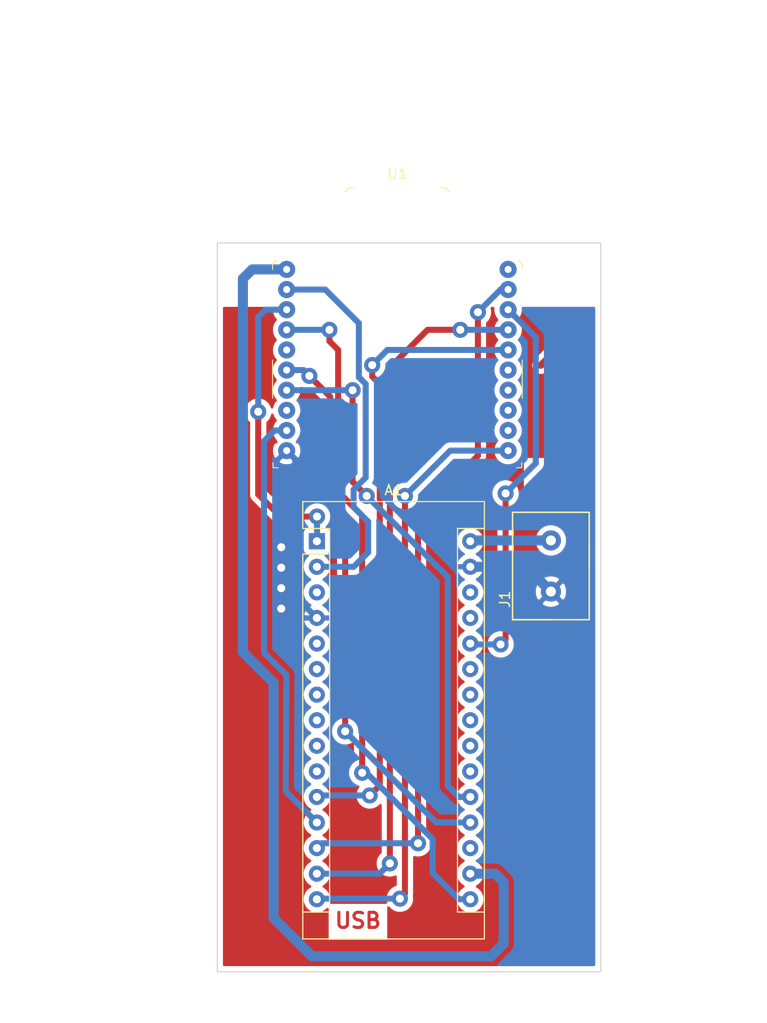
<source format=kicad_pcb>
(kicad_pcb (version 20171130) (host pcbnew 5.1.5-52549c5~84~ubuntu19.04.1)

  (general
    (thickness 1.6)
    (drawings 7)
    (tracks 146)
    (zones 0)
    (modules 3)
    (nets 37)
  )

  (page A4)
  (layers
    (0 F.Cu signal)
    (31 B.Cu signal)
    (32 B.Adhes user)
    (33 F.Adhes user)
    (34 B.Paste user)
    (35 F.Paste user)
    (36 B.SilkS user)
    (37 F.SilkS user)
    (38 B.Mask user)
    (39 F.Mask user)
    (40 Dwgs.User user)
    (41 Cmts.User user)
    (42 Eco1.User user)
    (43 Eco2.User user)
    (44 Edge.Cuts user)
    (45 Margin user)
    (46 B.CrtYd user)
    (47 F.CrtYd user)
    (48 B.Fab user)
    (49 F.Fab user)
  )

  (setup
    (last_trace_width 0.7)
    (user_trace_width 0.6)
    (user_trace_width 0.7)
    (user_trace_width 1)
    (trace_clearance 0.2)
    (zone_clearance 0.508)
    (zone_45_only no)
    (trace_min 0.2)
    (via_size 0.8)
    (via_drill 0.4)
    (via_min_size 0.4)
    (via_min_drill 0.3)
    (user_via 1.6 0.8)
    (uvia_size 0.3)
    (uvia_drill 0.1)
    (uvias_allowed no)
    (uvia_min_size 0.2)
    (uvia_min_drill 0.1)
    (edge_width 0.05)
    (segment_width 0.2)
    (pcb_text_width 0.3)
    (pcb_text_size 1.5 1.5)
    (mod_edge_width 0.12)
    (mod_text_size 1 1)
    (mod_text_width 0.15)
    (pad_size 1.524 1.524)
    (pad_drill 0.762)
    (pad_to_mask_clearance 0.051)
    (solder_mask_min_width 0.25)
    (aux_axis_origin 0 0)
    (visible_elements FFFFFF7F)
    (pcbplotparams
      (layerselection 0x010fc_ffffffff)
      (usegerberextensions false)
      (usegerberattributes false)
      (usegerberadvancedattributes false)
      (creategerberjobfile false)
      (excludeedgelayer true)
      (linewidth 0.100000)
      (plotframeref false)
      (viasonmask false)
      (mode 1)
      (useauxorigin false)
      (hpglpennumber 1)
      (hpglpenspeed 20)
      (hpglpendiameter 15.000000)
      (psnegative false)
      (psa4output false)
      (plotreference true)
      (plotvalue true)
      (plotinvisibletext false)
      (padsonsilk false)
      (subtractmaskfromsilk false)
      (outputformat 1)
      (mirror false)
      (drillshape 1)
      (scaleselection 1)
      (outputdirectory ""))
  )

  (net 0 "")
  (net 1 /MISO)
  (net 2 /MOSI)
  (net 3 /VIN)
  (net 4 /~SSEL)
  (net 5 GND)
  (net 6 /~ATTN)
  (net 7 "Net-(A1-Pad28)")
  (net 8 /~DTR)
  (net 9 "Net-(A1-Pad27)")
  (net 10 /~RTS)
  (net 11 /SCK)
  (net 12 "Net-(A1-Pad10)")
  (net 13 "Net-(A1-Pad25)")
  (net 14 "Net-(A1-Pad9)")
  (net 15 "Net-(A1-Pad24)")
  (net 16 "Net-(A1-Pad8)")
  (net 17 "Net-(A1-Pad23)")
  (net 18 "Net-(A1-Pad7)")
  (net 19 "Net-(A1-Pad22)")
  (net 20 "Net-(A1-Pad6)")
  (net 21 "Net-(A1-Pad21)")
  (net 22 "Net-(A1-Pad5)")
  (net 23 /PWM1)
  (net 24 /PWM0)
  (net 25 "Net-(A1-Pad3)")
  (net 26 "Net-(A1-Pad18)")
  (net 27 /RX_duino)
  (net 28 VCC)
  (net 29 /TX_duino)
  (net 30 "Net-(U1-Pad20)")
  (net 31 "Net-(U1-Pad15)")
  (net 32 "Net-(U1-Pad14)")
  (net 33 "Net-(U1-Pad13)")
  (net 34 "Net-(U1-Pad12)")
  (net 35 "Net-(U1-Pad8)")
  (net 36 "Net-(U1-Pad5)")

  (net_class Default "This is the default net class."
    (clearance 0.2)
    (trace_width 0.25)
    (via_dia 0.8)
    (via_drill 0.4)
    (uvia_dia 0.3)
    (uvia_drill 0.1)
    (add_net /MISO)
    (add_net /MOSI)
    (add_net /PWM0)
    (add_net /PWM1)
    (add_net /RX_duino)
    (add_net /SCK)
    (add_net /TX_duino)
    (add_net /VIN)
    (add_net /~ATTN)
    (add_net /~DTR)
    (add_net /~RTS)
    (add_net /~SSEL)
    (add_net GND)
    (add_net "Net-(A1-Pad10)")
    (add_net "Net-(A1-Pad18)")
    (add_net "Net-(A1-Pad21)")
    (add_net "Net-(A1-Pad22)")
    (add_net "Net-(A1-Pad23)")
    (add_net "Net-(A1-Pad24)")
    (add_net "Net-(A1-Pad25)")
    (add_net "Net-(A1-Pad27)")
    (add_net "Net-(A1-Pad28)")
    (add_net "Net-(A1-Pad3)")
    (add_net "Net-(A1-Pad5)")
    (add_net "Net-(A1-Pad6)")
    (add_net "Net-(A1-Pad7)")
    (add_net "Net-(A1-Pad8)")
    (add_net "Net-(A1-Pad9)")
    (add_net "Net-(U1-Pad12)")
    (add_net "Net-(U1-Pad13)")
    (add_net "Net-(U1-Pad14)")
    (add_net "Net-(U1-Pad15)")
    (add_net "Net-(U1-Pad20)")
    (add_net "Net-(U1-Pad5)")
    (add_net "Net-(U1-Pad8)")
    (add_net VCC)
  )

  (module digikey-footprints:XBEE-20_THT (layer F.Cu) (tedit 59CA6E5E) (tstamp 5DF26E0D)
    (at 136 51)
    (descr https://www.digi.com/pdf/ds_xbeemultipointmodules.pdf)
    (path /5DF100B0)
    (fp_text reference U1 (at 0 -18.49) (layer F.SilkS)
      (effects (font (size 1 1) (thickness 0.15)))
    )
    (fp_text value Xbee802.15.4 (at 0 12.45) (layer F.Fab)
      (effects (font (size 1 1) (thickness 0.15)))
    )
    (fp_line (start -12.25 -9.5) (end -12.25 10.6) (layer F.Fab) (width 0.1))
    (fp_line (start 12.25 -9.5) (end 12.25 10.6) (layer F.Fab) (width 0.1))
    (fp_line (start -12.25 10.6) (end 12.25 10.6) (layer F.Fab) (width 0.1))
    (fp_line (start -4.75 -17) (end 4.75 -17) (layer F.Fab) (width 0.1))
    (fp_line (start 4.75 -17) (end 12.25 -9.5) (layer F.Fab) (width 0.1))
    (fp_line (start -12.25 -9.5) (end -4.75 -17) (layer F.Fab) (width 0.1))
    (fp_line (start 12.35 10.7) (end 11.85 10.7) (layer F.SilkS) (width 0.1))
    (fp_line (start 12.35 10.7) (end 12.35 10.2) (layer F.SilkS) (width 0.1))
    (fp_line (start -12.35 10.7) (end -11.85 10.7) (layer F.SilkS) (width 0.1))
    (fp_line (start -12.35 10.7) (end -12.35 10.2) (layer F.SilkS) (width 0.1))
    (fp_line (start -12.4 -9.5) (end -12.4 -9) (layer F.SilkS) (width 0.1))
    (fp_line (start -12.4 -9.5) (end -12 -9.9) (layer F.SilkS) (width 0.1))
    (fp_line (start 12.4 -9.5) (end 12 -9.9) (layer F.SilkS) (width 0.1))
    (fp_line (start 12.4 -9.5) (end 12.4 -9) (layer F.SilkS) (width 0.1))
    (fp_line (start -4.8 -17.1) (end -5.2 -16.7) (layer F.SilkS) (width 0.1))
    (fp_line (start -4.8 -17.1) (end -4.3 -17.1) (layer F.SilkS) (width 0.1))
    (fp_line (start 4.8 -17.1) (end 4.3 -17.1) (layer F.SilkS) (width 0.1))
    (fp_line (start 4.8 -17.1) (end 5.2 -16.7) (layer F.SilkS) (width 0.1))
    (fp_line (start -12.4 0) (end -12.4 3.8) (layer F.SilkS) (width 0.1))
    (fp_line (start 12.4 0) (end 12.4 3.8) (layer F.SilkS) (width 0.1))
    (fp_line (start -12.5 -17.25) (end -12.5 10.85) (layer F.CrtYd) (width 0.05))
    (fp_line (start 12.5 -17.25) (end 12.5 10.85) (layer F.CrtYd) (width 0.05))
    (fp_line (start -12.5 10.85) (end 12.5 10.85) (layer F.CrtYd) (width 0.05))
    (fp_line (start -12.5 -17.25) (end 12.5 -17.25) (layer F.CrtYd) (width 0.05))
    (fp_text user %R (at 0 0) (layer F.Fab)
      (effects (font (size 1 1) (thickness 0.15)))
    )
    (pad 20 thru_hole circle (at 11 -9) (size 1.7 1.7) (drill 0.7) (layers *.Cu *.Mask)
      (net 30 "Net-(U1-Pad20)"))
    (pad 19 thru_hole circle (at 11 -7) (size 1.7 1.7) (drill 0.7) (layers *.Cu *.Mask)
      (net 6 /~ATTN))
    (pad 18 thru_hole circle (at 11 -5) (size 1.7 1.7) (drill 0.7) (layers *.Cu *.Mask)
      (net 11 /SCK))
    (pad 17 thru_hole circle (at 11 -3) (size 1.7 1.7) (drill 0.7) (layers *.Cu *.Mask)
      (net 4 /~SSEL))
    (pad 16 thru_hole circle (at 11 -1) (size 1.7 1.7) (drill 0.7) (layers *.Cu *.Mask)
      (net 10 /~RTS))
    (pad 15 thru_hole circle (at 11 1) (size 1.7 1.7) (drill 0.7) (layers *.Cu *.Mask)
      (net 31 "Net-(U1-Pad15)"))
    (pad 14 thru_hole circle (at 11 3) (size 1.7 1.7) (drill 0.7) (layers *.Cu *.Mask)
      (net 32 "Net-(U1-Pad14)"))
    (pad 13 thru_hole circle (at 11 5) (size 1.7 1.7) (drill 0.7) (layers *.Cu *.Mask)
      (net 33 "Net-(U1-Pad13)"))
    (pad 12 thru_hole circle (at 11 7) (size 1.7 1.7) (drill 0.7) (layers *.Cu *.Mask)
      (net 34 "Net-(U1-Pad12)"))
    (pad 11 thru_hole circle (at 11 9) (size 1.7 1.7) (drill 0.7) (layers *.Cu *.Mask)
      (net 2 /MOSI))
    (pad 10 thru_hole circle (at -11 9) (size 1.7 1.7) (drill 0.7) (layers *.Cu *.Mask)
      (net 5 GND))
    (pad 9 thru_hole circle (at -11 7) (size 1.7 1.7) (drill 0.7) (layers *.Cu *.Mask)
      (net 8 /~DTR))
    (pad 8 thru_hole circle (at -11 5) (size 1.7 1.7) (drill 0.7) (layers *.Cu *.Mask)
      (net 35 "Net-(U1-Pad8)"))
    (pad 7 thru_hole circle (at -11 3) (size 1.7 1.7) (drill 0.7) (layers *.Cu *.Mask)
      (net 23 /PWM1))
    (pad 6 thru_hole circle (at -11 1) (size 1.7 1.7) (drill 0.7) (layers *.Cu *.Mask)
      (net 24 /PWM0))
    (pad 5 thru_hole circle (at -11 -1) (size 1.7 1.7) (drill 0.7) (layers *.Cu *.Mask)
      (net 36 "Net-(U1-Pad5)"))
    (pad 4 thru_hole circle (at -11 -3) (size 1.7 1.7) (drill 0.7) (layers *.Cu *.Mask)
      (net 1 /MISO))
    (pad 3 thru_hole circle (at -11 -5) (size 1.7 1.7) (drill 0.7) (layers *.Cu *.Mask)
      (net 29 /TX_duino))
    (pad 2 thru_hole circle (at -11 -7) (size 1.7 1.7) (drill 0.7) (layers *.Cu *.Mask)
      (net 27 /RX_duino))
    (pad 1 thru_hole circle (at -11 -9) (size 1.7 1.7) (drill 0.7) (layers *.Cu *.Mask)
      (net 28 VCC))
  )

  (module rex:BatConn (layer F.Cu) (tedit 5C8A72DF) (tstamp 5DF26BD8)
    (at 151.25 71.46 90)
    (path /5DF2259D)
    (fp_text reference J1 (at -3.302 -4.572 90) (layer F.SilkS)
      (effects (font (size 1 1) (thickness 0.15)))
    )
    (fp_text value Conn_01x02 (at -0.254 4.572 90) (layer F.Fab)
      (effects (font (size 1 1) (thickness 0.15)))
    )
    (fp_line (start 0 -3.81) (end -3.302 -3.81) (layer F.SilkS) (width 0.15))
    (fp_line (start 0 -3.81) (end 4.064 -3.81) (layer F.SilkS) (width 0.15))
    (fp_line (start 5.334 0) (end 5.334 -3.81) (layer F.SilkS) (width 0.15))
    (fp_line (start 5.334 0) (end 5.334 3.048) (layer F.SilkS) (width 0.15))
    (fp_line (start 5.334 -3.81) (end 4.064 -3.81) (layer F.SilkS) (width 0.15))
    (fp_line (start -5.334 -3.81) (end -5.334 3.048) (layer F.SilkS) (width 0.15))
    (fp_line (start -5.334 0) (end -5.334 -3.81) (layer F.SilkS) (width 0.15))
    (fp_line (start -5.334 -3.81) (end -3.302 -3.81) (layer F.SilkS) (width 0.15))
    (fp_line (start 2.032 3.81) (end 0 3.81) (layer F.SilkS) (width 0.15))
    (fp_line (start 0 3.81) (end 5.334 3.81) (layer F.SilkS) (width 0.15))
    (fp_line (start 0 3.81) (end -5.334 3.81) (layer F.SilkS) (width 0.15))
    (fp_line (start -5.334 3.048) (end -5.334 3.81) (layer F.SilkS) (width 0.15))
    (fp_line (start 5.334 3.81) (end 5.334 3.048) (layer F.SilkS) (width 0.15))
    (pad 2 thru_hole circle (at -2.54 0 90) (size 2 2) (drill 1) (layers *.Cu *.Mask)
      (net 5 GND))
    (pad 1 thru_hole circle (at 2.54 0 90) (size 2 2) (drill 1) (layers *.Cu *.Mask)
      (net 3 /VIN))
  )

  (module Module:Arduino_Nano (layer F.Cu) (tedit 58ACAF70) (tstamp 5DF26B4E)
    (at 128 69)
    (descr "Arduino Nano, http://www.mouser.com/pdfdocs/Gravitech_Arduino_Nano3_0.pdf")
    (tags "Arduino Nano")
    (path /5DF108FE)
    (fp_text reference A1 (at 7.62 -5.08) (layer F.SilkS)
      (effects (font (size 1 1) (thickness 0.15)))
    )
    (fp_text value Arduino_Nano_v3.x (at 8.89 19.05 90) (layer F.Fab)
      (effects (font (size 1 1) (thickness 0.15)))
    )
    (fp_line (start 16.75 42.16) (end -1.53 42.16) (layer F.CrtYd) (width 0.05))
    (fp_line (start 16.75 42.16) (end 16.75 -4.06) (layer F.CrtYd) (width 0.05))
    (fp_line (start -1.53 -4.06) (end -1.53 42.16) (layer F.CrtYd) (width 0.05))
    (fp_line (start -1.53 -4.06) (end 16.75 -4.06) (layer F.CrtYd) (width 0.05))
    (fp_line (start 16.51 -3.81) (end 16.51 39.37) (layer F.Fab) (width 0.1))
    (fp_line (start 0 -3.81) (end 16.51 -3.81) (layer F.Fab) (width 0.1))
    (fp_line (start -1.27 -2.54) (end 0 -3.81) (layer F.Fab) (width 0.1))
    (fp_line (start -1.27 39.37) (end -1.27 -2.54) (layer F.Fab) (width 0.1))
    (fp_line (start 16.51 39.37) (end -1.27 39.37) (layer F.Fab) (width 0.1))
    (fp_line (start 16.64 -3.94) (end -1.4 -3.94) (layer F.SilkS) (width 0.12))
    (fp_line (start 16.64 39.5) (end 16.64 -3.94) (layer F.SilkS) (width 0.12))
    (fp_line (start -1.4 39.5) (end 16.64 39.5) (layer F.SilkS) (width 0.12))
    (fp_line (start 3.81 41.91) (end 3.81 31.75) (layer F.Fab) (width 0.1))
    (fp_line (start 11.43 41.91) (end 3.81 41.91) (layer F.Fab) (width 0.1))
    (fp_line (start 11.43 31.75) (end 11.43 41.91) (layer F.Fab) (width 0.1))
    (fp_line (start 3.81 31.75) (end 11.43 31.75) (layer F.Fab) (width 0.1))
    (fp_line (start 1.27 36.83) (end -1.4 36.83) (layer F.SilkS) (width 0.12))
    (fp_line (start 1.27 1.27) (end 1.27 36.83) (layer F.SilkS) (width 0.12))
    (fp_line (start 1.27 1.27) (end -1.4 1.27) (layer F.SilkS) (width 0.12))
    (fp_line (start 13.97 36.83) (end 16.64 36.83) (layer F.SilkS) (width 0.12))
    (fp_line (start 13.97 -1.27) (end 13.97 36.83) (layer F.SilkS) (width 0.12))
    (fp_line (start 13.97 -1.27) (end 16.64 -1.27) (layer F.SilkS) (width 0.12))
    (fp_line (start -1.4 -3.94) (end -1.4 -1.27) (layer F.SilkS) (width 0.12))
    (fp_line (start -1.4 1.27) (end -1.4 39.5) (layer F.SilkS) (width 0.12))
    (fp_line (start 1.27 -1.27) (end -1.4 -1.27) (layer F.SilkS) (width 0.12))
    (fp_line (start 1.27 1.27) (end 1.27 -1.27) (layer F.SilkS) (width 0.12))
    (fp_text user %R (at 6.35 19.05 90) (layer F.Fab)
      (effects (font (size 1 1) (thickness 0.15)))
    )
    (pad 16 thru_hole oval (at 15.24 35.56) (size 1.6 1.6) (drill 0.8) (layers *.Cu *.Mask)
      (net 1 /MISO))
    (pad 15 thru_hole oval (at 0 35.56) (size 1.6 1.6) (drill 0.8) (layers *.Cu *.Mask)
      (net 2 /MOSI))
    (pad 30 thru_hole oval (at 15.24 0) (size 1.6 1.6) (drill 0.8) (layers *.Cu *.Mask)
      (net 3 /VIN))
    (pad 14 thru_hole oval (at 0 33.02) (size 1.6 1.6) (drill 0.8) (layers *.Cu *.Mask)
      (net 4 /~SSEL))
    (pad 29 thru_hole oval (at 15.24 2.54) (size 1.6 1.6) (drill 0.8) (layers *.Cu *.Mask)
      (net 5 GND))
    (pad 13 thru_hole oval (at 0 30.48) (size 1.6 1.6) (drill 0.8) (layers *.Cu *.Mask)
      (net 6 /~ATTN))
    (pad 28 thru_hole oval (at 15.24 5.08) (size 1.6 1.6) (drill 0.8) (layers *.Cu *.Mask)
      (net 7 "Net-(A1-Pad28)"))
    (pad 12 thru_hole oval (at 0 27.94) (size 1.6 1.6) (drill 0.8) (layers *.Cu *.Mask)
      (net 8 /~DTR))
    (pad 27 thru_hole oval (at 15.24 7.62) (size 1.6 1.6) (drill 0.8) (layers *.Cu *.Mask)
      (net 9 "Net-(A1-Pad27)"))
    (pad 11 thru_hole oval (at 0 25.4) (size 1.6 1.6) (drill 0.8) (layers *.Cu *.Mask)
      (net 10 /~RTS))
    (pad 26 thru_hole oval (at 15.24 10.16) (size 1.6 1.6) (drill 0.8) (layers *.Cu *.Mask)
      (net 11 /SCK))
    (pad 10 thru_hole oval (at 0 22.86) (size 1.6 1.6) (drill 0.8) (layers *.Cu *.Mask)
      (net 12 "Net-(A1-Pad10)"))
    (pad 25 thru_hole oval (at 15.24 12.7) (size 1.6 1.6) (drill 0.8) (layers *.Cu *.Mask)
      (net 13 "Net-(A1-Pad25)"))
    (pad 9 thru_hole oval (at 0 20.32) (size 1.6 1.6) (drill 0.8) (layers *.Cu *.Mask)
      (net 14 "Net-(A1-Pad9)"))
    (pad 24 thru_hole oval (at 15.24 15.24) (size 1.6 1.6) (drill 0.8) (layers *.Cu *.Mask)
      (net 15 "Net-(A1-Pad24)"))
    (pad 8 thru_hole oval (at 0 17.78) (size 1.6 1.6) (drill 0.8) (layers *.Cu *.Mask)
      (net 16 "Net-(A1-Pad8)"))
    (pad 23 thru_hole oval (at 15.24 17.78) (size 1.6 1.6) (drill 0.8) (layers *.Cu *.Mask)
      (net 17 "Net-(A1-Pad23)"))
    (pad 7 thru_hole oval (at 0 15.24) (size 1.6 1.6) (drill 0.8) (layers *.Cu *.Mask)
      (net 18 "Net-(A1-Pad7)"))
    (pad 22 thru_hole oval (at 15.24 20.32) (size 1.6 1.6) (drill 0.8) (layers *.Cu *.Mask)
      (net 19 "Net-(A1-Pad22)"))
    (pad 6 thru_hole oval (at 0 12.7) (size 1.6 1.6) (drill 0.8) (layers *.Cu *.Mask)
      (net 20 "Net-(A1-Pad6)"))
    (pad 21 thru_hole oval (at 15.24 22.86) (size 1.6 1.6) (drill 0.8) (layers *.Cu *.Mask)
      (net 21 "Net-(A1-Pad21)"))
    (pad 5 thru_hole oval (at 0 10.16) (size 1.6 1.6) (drill 0.8) (layers *.Cu *.Mask)
      (net 22 "Net-(A1-Pad5)"))
    (pad 20 thru_hole oval (at 15.24 25.4) (size 1.6 1.6) (drill 0.8) (layers *.Cu *.Mask)
      (net 23 /PWM1))
    (pad 4 thru_hole oval (at 0 7.62) (size 1.6 1.6) (drill 0.8) (layers *.Cu *.Mask)
      (net 5 GND))
    (pad 19 thru_hole oval (at 15.24 27.94) (size 1.6 1.6) (drill 0.8) (layers *.Cu *.Mask)
      (net 24 /PWM0))
    (pad 3 thru_hole oval (at 0 5.08) (size 1.6 1.6) (drill 0.8) (layers *.Cu *.Mask)
      (net 25 "Net-(A1-Pad3)"))
    (pad 18 thru_hole oval (at 15.24 30.48) (size 1.6 1.6) (drill 0.8) (layers *.Cu *.Mask)
      (net 26 "Net-(A1-Pad18)"))
    (pad 2 thru_hole oval (at 0 2.54) (size 1.6 1.6) (drill 0.8) (layers *.Cu *.Mask)
      (net 27 /RX_duino))
    (pad 17 thru_hole oval (at 15.24 33.02) (size 1.6 1.6) (drill 0.8) (layers *.Cu *.Mask)
      (net 28 VCC))
    (pad 1 thru_hole rect (at 0 0) (size 1.6 1.6) (drill 0.8) (layers *.Cu *.Mask)
      (net 29 /TX_duino))
    (model ${KISYS3DMOD}/Module.3dshapes/Arduino_Nano_WithMountingHoles.wrl
      (at (xyz 0 0 0))
      (scale (xyz 1 1 1))
      (rotate (xyz 0 0 0))
    )
  )

  (gr_text USB (at 132.08 106.68) (layer F.Cu)
    (effects (font (size 1.5 1.5) (thickness 0.3)))
  )
  (gr_text + (at 151.13 63.5) (layer F.Cu)
    (effects (font (size 3 3) (thickness 0.4)))
  )
  (gr_text - (at 151.13 78.74 90) (layer F.Cu)
    (effects (font (size 3 3) (thickness 0.4)))
  )
  (gr_line (start 156.21 39.37) (end 156.21 111.76) (layer Edge.Cuts) (width 0.1))
  (gr_line (start 118.11 39.37) (end 156.21 39.37) (layer Edge.Cuts) (width 0.1))
  (gr_line (start 118.11 111.76) (end 118.11 39.37) (layer Edge.Cuts) (width 0.1))
  (gr_line (start 156.21 111.76) (end 118.11 111.76) (layer Edge.Cuts) (width 0.1))

  (segment (start 151.6761 50.1523) (end 151.6761 54.8767) (width 0.7) (layer F.Cu) (net 0))
  (segment (start 151.6761 50.1523) (end 151.7015 50.1523) (width 0.7) (layer F.Cu) (net 0))
  (segment (start 151.7015 50.1523) (end 153.0604 51.5112) (width 0.7) (layer F.Cu) (net 0))
  (segment (start 151.7015 50.1523) (end 151.6507 50.1523) (width 0.7) (layer F.Cu) (net 0))
  (segment (start 151.6507 50.1523) (end 150.5331 51.2699) (width 0.7) (layer F.Cu) (net 0))
  (segment (start 151.6507 50.1523) (end 151.6253 50.1523) (width 0.7) (layer F.Cu) (net 0))
  (segment (start 151.6253 50.1523) (end 150.2537 51.5239) (width 0.7) (layer F.Cu) (net 0))
  (segment (start 142.10863 104.56) (end 139.5 101.95137) (width 0.6) (layer B.Cu) (net 1))
  (segment (start 143.24 104.56) (end 142.10863 104.56) (width 0.6) (layer B.Cu) (net 1))
  (segment (start 139.5 98.575998) (end 133 92.075998) (width 0.6) (layer B.Cu) (net 1))
  (segment (start 139.5 101.95137) (end 139.5 98.575998) (width 0.6) (layer B.Cu) (net 1))
  (via (at 132.5 92) (size 1.6) (drill 0.8) (layers F.Cu B.Cu) (net 1))
  (segment (start 133 92.075998) (end 132.575998 92.075998) (width 0.6) (layer B.Cu) (net 1))
  (segment (start 132.575998 92.075998) (end 132.5 92) (width 0.6) (layer B.Cu) (net 1))
  (via (at 129.25 48) (size 1.6) (drill 0.8) (layers F.Cu B.Cu) (net 1))
  (segment (start 129.25 48) (end 125 48) (width 0.6) (layer B.Cu) (net 1))
  (segment (start 132.5 92) (end 132.5 66.46) (width 0.6) (layer F.Cu) (net 1))
  (segment (start 130.302 64.262) (end 130.302 61.214) (width 0.6) (layer F.Cu) (net 1))
  (segment (start 132.5 66.46) (end 130.302 64.262) (width 0.6) (layer F.Cu) (net 1))
  (segment (start 130.116011 49.997381) (end 130.116011 58.509547) (width 0.6) (layer F.Cu) (net 1))
  (segment (start 130.116011 58.509547) (end 130.291232 58.684768) (width 0.6) (layer F.Cu) (net 1))
  (segment (start 129.25 49.13137) (end 130.116011 49.997381) (width 0.6) (layer F.Cu) (net 1))
  (segment (start 129.25 48) (end 129.25 49.13137) (width 0.6) (layer F.Cu) (net 1))
  (segment (start 130.302 61.214) (end 130.291232 58.684768) (width 0.6) (layer F.Cu) (net 1))
  (via (at 136.75 64.5) (size 1.6) (drill 0.8) (layers F.Cu B.Cu) (net 2))
  (segment (start 147 60) (end 141.25 60) (width 0.6) (layer B.Cu) (net 2))
  (segment (start 141.25 60) (end 136.75 64.5) (width 0.6) (layer B.Cu) (net 2))
  (via (at 136.25 104.5) (size 1.6) (drill 0.8) (layers F.Cu B.Cu) (net 2))
  (segment (start 136.75 64.5) (end 136.75 104) (width 0.6) (layer F.Cu) (net 2))
  (segment (start 136.75 104) (end 136.25 104.5) (width 0.6) (layer F.Cu) (net 2))
  (segment (start 128.06 104.5) (end 128 104.56) (width 0.6) (layer B.Cu) (net 2))
  (segment (start 136.25 104.5) (end 128.06 104.5) (width 0.6) (layer B.Cu) (net 2))
  (segment (start 143.32 68.92) (end 143.24 69) (width 1) (layer B.Cu) (net 3))
  (segment (start 151.25 68.92) (end 143.32 68.92) (width 1) (layer B.Cu) (net 3))
  (via (at 135.25 101) (size 1.6) (drill 0.8) (layers F.Cu B.Cu) (net 4))
  (segment (start 128 102.02) (end 134.23 102.02) (width 0.6) (layer B.Cu) (net 4))
  (segment (start 134.23 102.02) (end 135.25 101) (width 0.6) (layer B.Cu) (net 4))
  (segment (start 135.25 101) (end 135.25 64.075998) (width 0.6) (layer F.Cu) (net 4))
  (segment (start 135.25 64.075998) (end 135.25 51.75) (width 0.6) (layer F.Cu) (net 4))
  (segment (start 135.25 51.75) (end 139 48) (width 0.6) (layer F.Cu) (net 4))
  (via (at 142.25 48) (size 1.6) (drill 0.8) (layers F.Cu B.Cu) (net 4))
  (segment (start 139 48) (end 142.25 48) (width 0.6) (layer F.Cu) (net 4))
  (segment (start 142.25 48) (end 147 48) (width 0.6) (layer B.Cu) (net 4))
  (segment (start 148.79 71.54) (end 151.25 74) (width 1) (layer B.Cu) (net 5))
  (segment (start 143.24 71.54) (end 148.79 71.54) (width 1) (layer B.Cu) (net 5))
  (segment (start 127.200001 75.820001) (end 128 76.62) (width 0.6) (layer B.Cu) (net 5))
  (segment (start 125.849999 74.469999) (end 127.200001 75.820001) (width 0.6) (layer B.Cu) (net 5))
  (segment (start 125 60) (end 125.849999 60.849999) (width 0.6) (layer B.Cu) (net 5))
  (segment (start 125.849999 60.849999) (end 125.849999 63.650001) (width 0.6) (layer B.Cu) (net 5))
  (via (at 124.46 69.596) (size 1.6) (drill 0.8) (layers F.Cu B.Cu) (net 5))
  (segment (start 124.848001 69.207999) (end 124.46 69.596) (width 0.6) (layer B.Cu) (net 5))
  (segment (start 125.849999 69.207999) (end 124.848001 69.207999) (width 0.6) (layer B.Cu) (net 5))
  (segment (start 125.849999 69.207999) (end 125.849999 74.469999) (width 0.6) (layer B.Cu) (net 5))
  (segment (start 125.849999 63.650001) (end 125.849999 69.207999) (width 0.6) (layer B.Cu) (net 5))
  (via (at 124.46 71.628) (size 1.6) (drill 0.8) (layers F.Cu B.Cu) (net 5))
  (segment (start 124.46 69.596) (end 124.46 71.628) (width 0.6) (layer F.Cu) (net 5))
  (via (at 124.46 73.66) (size 1.6) (drill 0.8) (layers F.Cu B.Cu) (net 5))
  (segment (start 124.46 71.628) (end 124.46 73.406) (width 0.6) (layer B.Cu) (net 5))
  (via (at 124.46 75.692) (size 1.6) (drill 0.8) (layers F.Cu B.Cu) (net 5))
  (segment (start 124.46 73.406) (end 124.46 75.438) (width 0.6) (layer F.Cu) (net 5))
  (via (at 144 46.25) (size 1.6) (drill 0.8) (layers F.Cu B.Cu) (net 6))
  (segment (start 147 44) (end 146.25 44) (width 0.6) (layer B.Cu) (net 6))
  (segment (start 146.25 44) (end 144 46.25) (width 0.6) (layer B.Cu) (net 6))
  (segment (start 144 46.25) (end 144 60.5) (width 0.6) (layer F.Cu) (net 6))
  (via (at 138.05 99) (size 1.6) (drill 0.8) (layers F.Cu B.Cu) (net 6))
  (segment (start 144 60.5) (end 138.05 66.45) (width 0.6) (layer F.Cu) (net 6))
  (segment (start 138.05 66.45) (end 138.05 99) (width 0.6) (layer F.Cu) (net 6))
  (segment (start 128.48 99) (end 128 99.48) (width 0.6) (layer B.Cu) (net 6))
  (segment (start 138.05 99) (end 128.48 99) (width 0.6) (layer B.Cu) (net 6))
  (segment (start 124.905 93.845) (end 128 96.94) (width 0.6) (layer B.Cu) (net 8))
  (segment (start 123.797919 58) (end 122.75 59.047919) (width 0.6) (layer B.Cu) (net 8))
  (segment (start 125 58) (end 123.797919 58) (width 0.6) (layer B.Cu) (net 8))
  (segment (start 122.75 80.078) (end 124.968 82.296) (width 0.6) (layer B.Cu) (net 8))
  (segment (start 122.75 59.047919) (end 122.75 80.078) (width 0.6) (layer B.Cu) (net 8))
  (segment (start 124.968 82.296) (end 124.905 93.845) (width 0.6) (layer B.Cu) (net 8))
  (via (at 133.5 51.5) (size 1.6) (drill 0.8) (layers F.Cu B.Cu) (net 10))
  (segment (start 147 50) (end 135 50) (width 0.6) (layer B.Cu) (net 10))
  (segment (start 135 50) (end 133.5 51.5) (width 0.6) (layer B.Cu) (net 10))
  (segment (start 133.5 52.63137) (end 134.25 53.38137) (width 0.6) (layer F.Cu) (net 10))
  (segment (start 133.5 51.5) (end 133.5 52.63137) (width 0.6) (layer F.Cu) (net 10))
  (via (at 133.25 94.25) (size 1.6) (drill 0.8) (layers F.Cu B.Cu) (net 10))
  (segment (start 134.25 53.38137) (end 134.25 93.25) (width 0.6) (layer F.Cu) (net 10))
  (segment (start 134.25 93.25) (end 133.25 94.25) (width 0.6) (layer F.Cu) (net 10))
  (segment (start 128.15 94.25) (end 128 94.4) (width 0.6) (layer B.Cu) (net 10))
  (segment (start 133.25 94.25) (end 128.15 94.25) (width 0.6) (layer B.Cu) (net 10))
  (segment (start 147 46) (end 149.75 48.75) (width 0.6) (layer B.Cu) (net 11))
  (via (at 146.75 64.25) (size 1.6) (drill 0.8) (layers F.Cu B.Cu) (net 11))
  (segment (start 149.75 48.75) (end 149.75 61.25) (width 0.6) (layer B.Cu) (net 11))
  (segment (start 149.75 61.25) (end 146.75 64.25) (width 0.6) (layer B.Cu) (net 11))
  (via (at 146.25 79.25) (size 1.6) (drill 0.8) (layers F.Cu B.Cu) (net 11))
  (segment (start 146.75 64.25) (end 146.75 78.75) (width 0.6) (layer F.Cu) (net 11))
  (segment (start 146.75 78.75) (end 146.25 79.25) (width 0.6) (layer F.Cu) (net 11))
  (segment (start 143.33 79.25) (end 143.24 79.16) (width 0.6) (layer B.Cu) (net 11))
  (segment (start 146.25 79.25) (end 143.33 79.25) (width 0.6) (layer B.Cu) (net 11))
  (segment (start 142.10863 94.4) (end 141 93.29137) (width 0.6) (layer B.Cu) (net 23))
  (segment (start 143.24 94.4) (end 142.10863 94.4) (width 0.6) (layer B.Cu) (net 23))
  (via (at 132.95 64.5) (size 1.6) (drill 0.8) (layers F.Cu B.Cu) (net 23))
  (segment (start 141 93.29137) (end 141 72.55) (width 0.6) (layer B.Cu) (net 23))
  (segment (start 141 72.55) (end 132.95 64.5) (width 0.6) (layer B.Cu) (net 23))
  (via (at 131.55 54) (size 1.6) (drill 0.8) (layers F.Cu B.Cu) (net 23))
  (segment (start 132.95 64.5) (end 131.55 63.1) (width 0.6) (layer F.Cu) (net 23))
  (segment (start 131.55 63.1) (end 131.55 54) (width 0.6) (layer F.Cu) (net 23))
  (segment (start 130.41863 54) (end 125 54) (width 0.6) (layer B.Cu) (net 23))
  (segment (start 131.55 54) (end 130.41863 54) (width 0.6) (layer B.Cu) (net 23))
  (via (at 127.254 52.578) (size 1.6) (drill 0.8) (layers F.Cu B.Cu) (net 24))
  (segment (start 125 52) (end 126.676 52) (width 0.6) (layer B.Cu) (net 24))
  (segment (start 126.676 52) (end 127.254 52.578) (width 0.6) (layer B.Cu) (net 24))
  (segment (start 127.254 52.578) (end 129.316001 54.640001) (width 0.6) (layer F.Cu) (net 24))
  (segment (start 143.24 96.94) (end 139.866 96.94) (width 0.6) (layer B.Cu) (net 24))
  (via (at 130.81 87.884) (size 1.6) (drill 0.8) (layers F.Cu B.Cu) (net 24))
  (segment (start 139.866 96.94) (end 130.81 87.884) (width 0.6) (layer B.Cu) (net 24))
  (segment (start 129.316001 54.640001) (end 129.316001 64.993999) (width 0.6) (layer F.Cu) (net 24))
  (segment (start 130.81 66.487998) (end 129.316001 64.993999) (width 0.6) (layer F.Cu) (net 24))
  (segment (start 130.81 87.884) (end 130.81 66.487998) (width 0.6) (layer F.Cu) (net 24))
  (segment (start 132.174001 47.338001) (end 128.836 44) (width 0.6) (layer B.Cu) (net 27))
  (segment (start 132.850001 62.675997) (end 132.850001 53.375999) (width 0.6) (layer B.Cu) (net 27))
  (segment (start 131.649999 63.875999) (end 132.850001 62.675997) (width 0.6) (layer B.Cu) (net 27))
  (segment (start 128 71.54) (end 131.66 71.54) (width 0.6) (layer B.Cu) (net 27))
  (segment (start 128.836 44) (end 125 44) (width 0.6) (layer B.Cu) (net 27))
  (segment (start 132.850001 53.375999) (end 132.174001 52.699999) (width 0.6) (layer B.Cu) (net 27))
  (segment (start 131.649999 65.609999) (end 131.649999 63.875999) (width 0.6) (layer B.Cu) (net 27))
  (segment (start 132.174001 52.699999) (end 132.174001 47.338001) (width 0.6) (layer B.Cu) (net 27))
  (segment (start 131.66 71.54) (end 133.096 70.104) (width 0.6) (layer B.Cu) (net 27))
  (segment (start 133.096 70.104) (end 133.096 67.056) (width 0.6) (layer B.Cu) (net 27))
  (segment (start 133.096 67.056) (end 131.649999 65.609999) (width 0.6) (layer B.Cu) (net 27))
  (segment (start 127.508 110.236) (end 145.288 110.236) (width 1) (layer B.Cu) (net 28))
  (segment (start 145.288 110.236) (end 146.558 108.966) (width 1) (layer B.Cu) (net 28))
  (segment (start 123.698 106.426) (end 127.508 110.236) (width 1) (layer B.Cu) (net 28))
  (segment (start 146.558 102.87) (end 145.708 102.02) (width 1) (layer B.Cu) (net 28))
  (segment (start 125 42) (end 121.576 42) (width 1) (layer B.Cu) (net 28))
  (segment (start 145.708 102.02) (end 143.24 102.02) (width 1) (layer B.Cu) (net 28))
  (segment (start 121.576 42) (end 120.65 42.926) (width 1) (layer B.Cu) (net 28))
  (segment (start 146.558 108.966) (end 146.558 102.87) (width 1) (layer B.Cu) (net 28))
  (segment (start 120.65 42.926) (end 120.65 80.01) (width 1) (layer B.Cu) (net 28))
  (segment (start 123.698 83.058) (end 123.698 106.426) (width 1) (layer B.Cu) (net 28))
  (segment (start 120.65 80.01) (end 123.698 83.058) (width 1) (layer B.Cu) (net 28))
  (segment (start 125 46) (end 122.91 46) (width 0.6) (layer B.Cu) (net 29))
  (via (at 122.174 56.134) (size 1.6) (drill 0.8) (layers F.Cu B.Cu) (net 29))
  (segment (start 122.91 46) (end 122.174 46.736) (width 0.6) (layer B.Cu) (net 29))
  (segment (start 122.174 46.736) (end 122.174 56.134) (width 0.6) (layer B.Cu) (net 29))
  (via (at 128.016 66.548) (size 1.6) (drill 0.8) (layers F.Cu B.Cu) (net 29))
  (segment (start 124.373998 66.548) (end 128.016 66.548) (width 0.6) (layer F.Cu) (net 29))
  (segment (start 122.174 56.134) (end 122.174 64.348002) (width 0.6) (layer F.Cu) (net 29))
  (segment (start 122.174 64.348002) (end 124.373998 66.548) (width 0.6) (layer F.Cu) (net 29))
  (segment (start 128.016 68.984) (end 128 69) (width 0.6) (layer B.Cu) (net 29))
  (segment (start 128.016 66.548) (end 128.016 68.984) (width 0.6) (layer B.Cu) (net 29))

  (zone (net 0) (net_name "") (layers F&B.Cu) (tstamp 0) (hatch edge 0.508)
    (connect_pads (clearance 0.508))
    (min_thickness 0.254)
    (keepout (tracks allowed) (vias allowed) (copperpour not_allowed))
    (fill (arc_segments 32) (thermal_gap 0.508) (thermal_bridge_width 0.508))
    (polygon
      (pts
        (xy 167.64 45.72) (xy 101.6 45.72) (xy 101.6 22.86) (xy 167.64 22.86)
      )
    )
  )
  (zone (net 5) (net_name GND) (layer B.Cu) (tstamp 0) (hatch edge 0.508)
    (connect_pads (clearance 0.508))
    (min_thickness 0.254)
    (fill yes (arc_segments 32) (thermal_gap 0.508) (thermal_bridge_width 0.508))
    (polygon
      (pts
        (xy 170.18 114.3) (xy 99.06 114.3) (xy 99.06 17.78) (xy 170.18 17.78)
      )
    )
    (filled_polygon
      (pts
        (xy 155.525001 111.075) (xy 146.054786 111.075) (xy 146.094449 111.042449) (xy 146.129996 110.999135) (xy 147.32114 109.807992)
        (xy 147.364449 109.772449) (xy 147.506284 109.599623) (xy 147.611676 109.402447) (xy 147.676577 109.188499) (xy 147.693 109.021752)
        (xy 147.693 109.021745) (xy 147.69849 108.966001) (xy 147.693 108.910257) (xy 147.693 102.925752) (xy 147.698491 102.87)
        (xy 147.691714 102.801186) (xy 147.676577 102.647501) (xy 147.611676 102.433553) (xy 147.506284 102.236377) (xy 147.479131 102.203291)
        (xy 147.399989 102.106856) (xy 147.399987 102.106854) (xy 147.364449 102.063551) (xy 147.321145 102.028013) (xy 146.549995 101.256864)
        (xy 146.514449 101.213551) (xy 146.341623 101.071716) (xy 146.144447 100.966324) (xy 145.930499 100.901423) (xy 145.763752 100.885)
        (xy 145.763751 100.885) (xy 145.708 100.879509) (xy 145.652249 100.885) (xy 144.124284 100.885) (xy 143.922241 100.75)
        (xy 144.154759 100.594637) (xy 144.354637 100.394759) (xy 144.51168 100.159727) (xy 144.619853 99.898574) (xy 144.675 99.621335)
        (xy 144.675 99.338665) (xy 144.619853 99.061426) (xy 144.51168 98.800273) (xy 144.354637 98.565241) (xy 144.154759 98.365363)
        (xy 143.922241 98.21) (xy 144.154759 98.054637) (xy 144.354637 97.854759) (xy 144.51168 97.619727) (xy 144.619853 97.358574)
        (xy 144.675 97.081335) (xy 144.675 96.798665) (xy 144.619853 96.521426) (xy 144.51168 96.260273) (xy 144.354637 96.025241)
        (xy 144.154759 95.825363) (xy 143.922241 95.67) (xy 144.154759 95.514637) (xy 144.354637 95.314759) (xy 144.51168 95.079727)
        (xy 144.619853 94.818574) (xy 144.675 94.541335) (xy 144.675 94.258665) (xy 144.619853 93.981426) (xy 144.51168 93.720273)
        (xy 144.354637 93.485241) (xy 144.154759 93.285363) (xy 143.922241 93.13) (xy 144.154759 92.974637) (xy 144.354637 92.774759)
        (xy 144.51168 92.539727) (xy 144.619853 92.278574) (xy 144.675 92.001335) (xy 144.675 91.718665) (xy 144.619853 91.441426)
        (xy 144.51168 91.180273) (xy 144.354637 90.945241) (xy 144.154759 90.745363) (xy 143.922241 90.59) (xy 144.154759 90.434637)
        (xy 144.354637 90.234759) (xy 144.51168 89.999727) (xy 144.619853 89.738574) (xy 144.675 89.461335) (xy 144.675 89.178665)
        (xy 144.619853 88.901426) (xy 144.51168 88.640273) (xy 144.354637 88.405241) (xy 144.154759 88.205363) (xy 143.922241 88.05)
        (xy 144.154759 87.894637) (xy 144.354637 87.694759) (xy 144.51168 87.459727) (xy 144.619853 87.198574) (xy 144.675 86.921335)
        (xy 144.675 86.638665) (xy 144.619853 86.361426) (xy 144.51168 86.100273) (xy 144.354637 85.865241) (xy 144.154759 85.665363)
        (xy 143.922241 85.51) (xy 144.154759 85.354637) (xy 144.354637 85.154759) (xy 144.51168 84.919727) (xy 144.619853 84.658574)
        (xy 144.675 84.381335) (xy 144.675 84.098665) (xy 144.619853 83.821426) (xy 144.51168 83.560273) (xy 144.354637 83.325241)
        (xy 144.154759 83.125363) (xy 143.922241 82.97) (xy 144.154759 82.814637) (xy 144.354637 82.614759) (xy 144.51168 82.379727)
        (xy 144.619853 82.118574) (xy 144.675 81.841335) (xy 144.675 81.558665) (xy 144.619853 81.281426) (xy 144.51168 81.020273)
        (xy 144.354637 80.785241) (xy 144.154759 80.585363) (xy 143.922241 80.43) (xy 144.154759 80.274637) (xy 144.244396 80.185)
        (xy 145.155604 80.185) (xy 145.335241 80.364637) (xy 145.570273 80.52168) (xy 145.831426 80.629853) (xy 146.108665 80.685)
        (xy 146.391335 80.685) (xy 146.668574 80.629853) (xy 146.929727 80.52168) (xy 147.164759 80.364637) (xy 147.364637 80.164759)
        (xy 147.52168 79.929727) (xy 147.629853 79.668574) (xy 147.685 79.391335) (xy 147.685 79.108665) (xy 147.629853 78.831426)
        (xy 147.52168 78.570273) (xy 147.364637 78.335241) (xy 147.164759 78.135363) (xy 146.929727 77.97832) (xy 146.668574 77.870147)
        (xy 146.391335 77.815) (xy 146.108665 77.815) (xy 145.831426 77.870147) (xy 145.570273 77.97832) (xy 145.335241 78.135363)
        (xy 145.155604 78.315) (xy 144.401248 78.315) (xy 144.354637 78.245241) (xy 144.154759 78.045363) (xy 143.922241 77.89)
        (xy 144.154759 77.734637) (xy 144.354637 77.534759) (xy 144.51168 77.299727) (xy 144.619853 77.038574) (xy 144.675 76.761335)
        (xy 144.675 76.478665) (xy 144.619853 76.201426) (xy 144.51168 75.940273) (xy 144.354637 75.705241) (xy 144.154759 75.505363)
        (xy 143.922241 75.35) (xy 144.154759 75.194637) (xy 144.213983 75.135413) (xy 150.294192 75.135413) (xy 150.389956 75.399814)
        (xy 150.679571 75.540704) (xy 150.991108 75.622384) (xy 151.312595 75.641718) (xy 151.631675 75.597961) (xy 151.936088 75.492795)
        (xy 152.110044 75.399814) (xy 152.205808 75.135413) (xy 151.25 74.179605) (xy 150.294192 75.135413) (xy 144.213983 75.135413)
        (xy 144.354637 74.994759) (xy 144.51168 74.759727) (xy 144.619853 74.498574) (xy 144.675 74.221335) (xy 144.675 74.062595)
        (xy 149.608282 74.062595) (xy 149.652039 74.381675) (xy 149.757205 74.686088) (xy 149.850186 74.860044) (xy 150.114587 74.955808)
        (xy 151.070395 74) (xy 151.429605 74) (xy 152.385413 74.955808) (xy 152.649814 74.860044) (xy 152.790704 74.570429)
        (xy 152.872384 74.258892) (xy 152.891718 73.937405) (xy 152.847961 73.618325) (xy 152.742795 73.313912) (xy 152.649814 73.139956)
        (xy 152.385413 73.044192) (xy 151.429605 74) (xy 151.070395 74) (xy 150.114587 73.044192) (xy 149.850186 73.139956)
        (xy 149.709296 73.429571) (xy 149.627616 73.741108) (xy 149.608282 74.062595) (xy 144.675 74.062595) (xy 144.675 73.938665)
        (xy 144.619853 73.661426) (xy 144.51168 73.400273) (xy 144.354637 73.165241) (xy 144.154759 72.965363) (xy 144.003937 72.864587)
        (xy 150.294192 72.864587) (xy 151.25 73.820395) (xy 152.205808 72.864587) (xy 152.110044 72.600186) (xy 151.820429 72.459296)
        (xy 151.508892 72.377616) (xy 151.187405 72.358282) (xy 150.868325 72.402039) (xy 150.563912 72.507205) (xy 150.389956 72.600186)
        (xy 150.294192 72.864587) (xy 144.003937 72.864587) (xy 143.919727 72.80832) (xy 143.909135 72.803933) (xy 144.095131 72.692385)
        (xy 144.303519 72.503414) (xy 144.471037 72.27742) (xy 144.591246 72.023087) (xy 144.631904 71.889039) (xy 144.509915 71.667)
        (xy 143.367 71.667) (xy 143.367 71.687) (xy 143.113 71.687) (xy 143.113 71.667) (xy 141.970085 71.667)
        (xy 141.848096 71.889039) (xy 141.888754 72.023087) (xy 142.008963 72.27742) (xy 142.176481 72.503414) (xy 142.384869 72.692385)
        (xy 142.570865 72.803933) (xy 142.560273 72.80832) (xy 142.325241 72.965363) (xy 142.125363 73.165241) (xy 141.96832 73.400273)
        (xy 141.935 73.480715) (xy 141.935 72.595931) (xy 141.939524 72.549999) (xy 141.921471 72.366707) (xy 141.8811 72.233623)
        (xy 141.868007 72.19046) (xy 141.781186 72.028028) (xy 141.664344 71.885656) (xy 141.628665 71.856375) (xy 138.630955 68.858665)
        (xy 141.805 68.858665) (xy 141.805 69.141335) (xy 141.860147 69.418574) (xy 141.96832 69.679727) (xy 142.125363 69.914759)
        (xy 142.325241 70.114637) (xy 142.560273 70.27168) (xy 142.570865 70.276067) (xy 142.384869 70.387615) (xy 142.176481 70.576586)
        (xy 142.008963 70.80258) (xy 141.888754 71.056913) (xy 141.848096 71.190961) (xy 141.970085 71.413) (xy 143.113 71.413)
        (xy 143.113 71.393) (xy 143.367 71.393) (xy 143.367 71.413) (xy 144.509915 71.413) (xy 144.631904 71.190961)
        (xy 144.591246 71.056913) (xy 144.471037 70.80258) (xy 144.303519 70.576586) (xy 144.095131 70.387615) (xy 143.909135 70.276067)
        (xy 143.919727 70.27168) (xy 144.154759 70.114637) (xy 144.214396 70.055) (xy 150.072761 70.055) (xy 150.207748 70.189987)
        (xy 150.475537 70.368918) (xy 150.773088 70.492168) (xy 151.088967 70.555) (xy 151.411033 70.555) (xy 151.726912 70.492168)
        (xy 152.024463 70.368918) (xy 152.292252 70.189987) (xy 152.519987 69.962252) (xy 152.698918 69.694463) (xy 152.822168 69.396912)
        (xy 152.885 69.081033) (xy 152.885 68.758967) (xy 152.822168 68.443088) (xy 152.698918 68.145537) (xy 152.519987 67.877748)
        (xy 152.292252 67.650013) (xy 152.024463 67.471082) (xy 151.726912 67.347832) (xy 151.411033 67.285) (xy 151.088967 67.285)
        (xy 150.773088 67.347832) (xy 150.475537 67.471082) (xy 150.207748 67.650013) (xy 150.072761 67.785) (xy 144.004555 67.785)
        (xy 143.919727 67.72832) (xy 143.658574 67.620147) (xy 143.381335 67.565) (xy 143.098665 67.565) (xy 142.821426 67.620147)
        (xy 142.560273 67.72832) (xy 142.325241 67.885363) (xy 142.125363 68.085241) (xy 141.96832 68.320273) (xy 141.860147 68.581426)
        (xy 141.805 68.858665) (xy 138.630955 68.858665) (xy 134.385 64.612711) (xy 134.385 64.358665) (xy 134.329853 64.081426)
        (xy 134.22168 63.820273) (xy 134.064637 63.585241) (xy 133.864759 63.385363) (xy 133.629727 63.22832) (xy 133.612227 63.221071)
        (xy 133.631187 63.197969) (xy 133.718008 63.035537) (xy 133.755254 62.912754) (xy 133.771472 62.85929) (xy 133.789525 62.675998)
        (xy 133.785001 62.630066) (xy 133.785001 53.42193) (xy 133.789525 53.375998) (xy 133.771472 53.192706) (xy 133.743341 53.099971)
        (xy 133.718008 53.016459) (xy 133.671283 52.929043) (xy 133.918574 52.879853) (xy 134.179727 52.77168) (xy 134.414759 52.614637)
        (xy 134.614637 52.414759) (xy 134.77168 52.179727) (xy 134.879853 51.918574) (xy 134.935 51.641335) (xy 134.935 51.38729)
        (xy 135.38729 50.935) (xy 145.838753 50.935) (xy 145.846525 50.946632) (xy 145.899893 51) (xy 145.846525 51.053368)
        (xy 145.68401 51.296589) (xy 145.572068 51.566842) (xy 145.515 51.85374) (xy 145.515 52.14626) (xy 145.572068 52.433158)
        (xy 145.68401 52.703411) (xy 145.846525 52.946632) (xy 145.899893 53) (xy 145.846525 53.053368) (xy 145.68401 53.296589)
        (xy 145.572068 53.566842) (xy 145.515 53.85374) (xy 145.515 54.14626) (xy 145.572068 54.433158) (xy 145.68401 54.703411)
        (xy 145.846525 54.946632) (xy 145.899893 55) (xy 145.846525 55.053368) (xy 145.68401 55.296589) (xy 145.572068 55.566842)
        (xy 145.515 55.85374) (xy 145.515 56.14626) (xy 145.572068 56.433158) (xy 145.68401 56.703411) (xy 145.846525 56.946632)
        (xy 145.899893 57) (xy 145.846525 57.053368) (xy 145.68401 57.296589) (xy 145.572068 57.566842) (xy 145.515 57.85374)
        (xy 145.515 58.14626) (xy 145.572068 58.433158) (xy 145.68401 58.703411) (xy 145.846525 58.946632) (xy 145.899893 59)
        (xy 145.846525 59.053368) (xy 145.838753 59.065) (xy 141.295931 59.065) (xy 141.249999 59.060476) (xy 141.066708 59.078529)
        (xy 140.89046 59.131993) (xy 140.728028 59.218814) (xy 140.585656 59.335656) (xy 140.556374 59.371336) (xy 136.862711 63.065)
        (xy 136.608665 63.065) (xy 136.331426 63.120147) (xy 136.070273 63.22832) (xy 135.835241 63.385363) (xy 135.635363 63.585241)
        (xy 135.47832 63.820273) (xy 135.370147 64.081426) (xy 135.315 64.358665) (xy 135.315 64.641335) (xy 135.370147 64.918574)
        (xy 135.47832 65.179727) (xy 135.635363 65.414759) (xy 135.835241 65.614637) (xy 136.070273 65.77168) (xy 136.331426 65.879853)
        (xy 136.608665 65.935) (xy 136.891335 65.935) (xy 137.168574 65.879853) (xy 137.429727 65.77168) (xy 137.664759 65.614637)
        (xy 137.864637 65.414759) (xy 138.02168 65.179727) (xy 138.129853 64.918574) (xy 138.185 64.641335) (xy 138.185 64.387289)
        (xy 141.63729 60.935) (xy 145.838753 60.935) (xy 145.846525 60.946632) (xy 146.053368 61.153475) (xy 146.296589 61.31599)
        (xy 146.566842 61.427932) (xy 146.85374 61.485) (xy 147.14626 61.485) (xy 147.433158 61.427932) (xy 147.703411 61.31599)
        (xy 147.946632 61.153475) (xy 148.153475 60.946632) (xy 148.31599 60.703411) (xy 148.427932 60.433158) (xy 148.485 60.14626)
        (xy 148.485 59.85374) (xy 148.427932 59.566842) (xy 148.31599 59.296589) (xy 148.153475 59.053368) (xy 148.100107 59)
        (xy 148.153475 58.946632) (xy 148.31599 58.703411) (xy 148.427932 58.433158) (xy 148.485 58.14626) (xy 148.485 57.85374)
        (xy 148.427932 57.566842) (xy 148.31599 57.296589) (xy 148.153475 57.053368) (xy 148.100107 57) (xy 148.153475 56.946632)
        (xy 148.31599 56.703411) (xy 148.427932 56.433158) (xy 148.485 56.14626) (xy 148.485 55.85374) (xy 148.427932 55.566842)
        (xy 148.31599 55.296589) (xy 148.153475 55.053368) (xy 148.100107 55) (xy 148.153475 54.946632) (xy 148.31599 54.703411)
        (xy 148.427932 54.433158) (xy 148.485 54.14626) (xy 148.485 53.85374) (xy 148.427932 53.566842) (xy 148.31599 53.296589)
        (xy 148.153475 53.053368) (xy 148.100107 53) (xy 148.153475 52.946632) (xy 148.31599 52.703411) (xy 148.427932 52.433158)
        (xy 148.485 52.14626) (xy 148.485 51.85374) (xy 148.427932 51.566842) (xy 148.31599 51.296589) (xy 148.153475 51.053368)
        (xy 148.100107 51) (xy 148.153475 50.946632) (xy 148.31599 50.703411) (xy 148.427932 50.433158) (xy 148.485 50.14626)
        (xy 148.485 49.85374) (xy 148.427932 49.566842) (xy 148.31599 49.296589) (xy 148.153475 49.053368) (xy 148.100107 49)
        (xy 148.153475 48.946632) (xy 148.31599 48.703411) (xy 148.335066 48.657356) (xy 148.815 49.13729) (xy 148.815001 60.86271)
        (xy 146.862711 62.815) (xy 146.608665 62.815) (xy 146.331426 62.870147) (xy 146.070273 62.97832) (xy 145.835241 63.135363)
        (xy 145.635363 63.335241) (xy 145.47832 63.570273) (xy 145.370147 63.831426) (xy 145.315 64.108665) (xy 145.315 64.391335)
        (xy 145.370147 64.668574) (xy 145.47832 64.929727) (xy 145.635363 65.164759) (xy 145.835241 65.364637) (xy 146.070273 65.52168)
        (xy 146.331426 65.629853) (xy 146.608665 65.685) (xy 146.891335 65.685) (xy 147.168574 65.629853) (xy 147.429727 65.52168)
        (xy 147.664759 65.364637) (xy 147.864637 65.164759) (xy 148.02168 64.929727) (xy 148.129853 64.668574) (xy 148.185 64.391335)
        (xy 148.185 64.137289) (xy 150.378659 61.94363) (xy 150.414344 61.914344) (xy 150.531186 61.771972) (xy 150.587765 61.66612)
        (xy 150.618007 61.609541) (xy 150.671472 61.433292) (xy 150.689524 61.25) (xy 150.685 61.204065) (xy 150.685 48.795931)
        (xy 150.689524 48.749999) (xy 150.671471 48.566707) (xy 150.618007 48.390461) (xy 150.618007 48.39046) (xy 150.531186 48.228028)
        (xy 150.414344 48.085656) (xy 150.378666 48.056376) (xy 148.482271 46.159981) (xy 148.485 46.14626) (xy 148.485 45.85374)
        (xy 148.483659 45.847) (xy 155.525 45.847)
      )
    )
    (filled_polygon
      (pts
        (xy 130.635241 55.114637) (xy 130.870273 55.27168) (xy 131.131426 55.379853) (xy 131.408665 55.435) (xy 131.691335 55.435)
        (xy 131.915002 55.390509) (xy 131.915001 62.288707) (xy 131.021335 63.182374) (xy 130.985656 63.211655) (xy 130.868814 63.354027)
        (xy 130.781993 63.516459) (xy 130.728528 63.692708) (xy 130.710475 63.875999) (xy 130.715 63.921941) (xy 130.714999 65.564067)
        (xy 130.710475 65.609999) (xy 130.714999 65.65593) (xy 130.728528 65.79329) (xy 130.781992 65.969538) (xy 130.868813 66.13197)
        (xy 130.985655 66.274343) (xy 131.02134 66.303629) (xy 132.161001 67.443291) (xy 132.161 69.716711) (xy 131.272711 70.605)
        (xy 129.094396 70.605) (xy 128.916039 70.426643) (xy 128.924482 70.425812) (xy 129.04418 70.389502) (xy 129.154494 70.330537)
        (xy 129.251185 70.251185) (xy 129.330537 70.154494) (xy 129.389502 70.04418) (xy 129.425812 69.924482) (xy 129.438072 69.8)
        (xy 129.438072 68.2) (xy 129.425812 68.075518) (xy 129.389502 67.95582) (xy 129.330537 67.845506) (xy 129.251185 67.748815)
        (xy 129.154494 67.669463) (xy 129.04418 67.610498) (xy 128.997161 67.596235) (xy 129.130637 67.462759) (xy 129.28768 67.227727)
        (xy 129.395853 66.966574) (xy 129.451 66.689335) (xy 129.451 66.406665) (xy 129.395853 66.129426) (xy 129.28768 65.868273)
        (xy 129.130637 65.633241) (xy 128.930759 65.433363) (xy 128.695727 65.27632) (xy 128.434574 65.168147) (xy 128.157335 65.113)
        (xy 127.874665 65.113) (xy 127.597426 65.168147) (xy 127.336273 65.27632) (xy 127.101241 65.433363) (xy 126.901363 65.633241)
        (xy 126.74432 65.868273) (xy 126.636147 66.129426) (xy 126.581 66.406665) (xy 126.581 66.689335) (xy 126.636147 66.966574)
        (xy 126.74432 67.227727) (xy 126.901363 67.462759) (xy 127.027391 67.588787) (xy 126.95582 67.610498) (xy 126.845506 67.669463)
        (xy 126.748815 67.748815) (xy 126.669463 67.845506) (xy 126.610498 67.95582) (xy 126.574188 68.075518) (xy 126.561928 68.2)
        (xy 126.561928 69.8) (xy 126.574188 69.924482) (xy 126.610498 70.04418) (xy 126.669463 70.154494) (xy 126.748815 70.251185)
        (xy 126.845506 70.330537) (xy 126.95582 70.389502) (xy 127.075518 70.425812) (xy 127.083961 70.426643) (xy 126.885363 70.625241)
        (xy 126.72832 70.860273) (xy 126.620147 71.121426) (xy 126.565 71.398665) (xy 126.565 71.681335) (xy 126.620147 71.958574)
        (xy 126.72832 72.219727) (xy 126.885363 72.454759) (xy 127.085241 72.654637) (xy 127.317759 72.81) (xy 127.085241 72.965363)
        (xy 126.885363 73.165241) (xy 126.72832 73.400273) (xy 126.620147 73.661426) (xy 126.565 73.938665) (xy 126.565 74.221335)
        (xy 126.620147 74.498574) (xy 126.72832 74.759727) (xy 126.885363 74.994759) (xy 127.085241 75.194637) (xy 127.320273 75.35168)
        (xy 127.330865 75.356067) (xy 127.144869 75.467615) (xy 126.936481 75.656586) (xy 126.768963 75.88258) (xy 126.648754 76.136913)
        (xy 126.608096 76.270961) (xy 126.730085 76.493) (xy 127.873 76.493) (xy 127.873 76.473) (xy 128.127 76.473)
        (xy 128.127 76.493) (xy 129.269915 76.493) (xy 129.391904 76.270961) (xy 129.351246 76.136913) (xy 129.231037 75.88258)
        (xy 129.063519 75.656586) (xy 128.855131 75.467615) (xy 128.669135 75.356067) (xy 128.679727 75.35168) (xy 128.914759 75.194637)
        (xy 129.114637 74.994759) (xy 129.27168 74.759727) (xy 129.379853 74.498574) (xy 129.435 74.221335) (xy 129.435 73.938665)
        (xy 129.379853 73.661426) (xy 129.27168 73.400273) (xy 129.114637 73.165241) (xy 128.914759 72.965363) (xy 128.682241 72.81)
        (xy 128.914759 72.654637) (xy 129.094396 72.475) (xy 131.614068 72.475) (xy 131.66 72.479524) (xy 131.705932 72.475)
        (xy 131.843292 72.461471) (xy 132.01954 72.408007) (xy 132.181972 72.321186) (xy 132.324344 72.204344) (xy 132.35363 72.168659)
        (xy 133.72466 70.797629) (xy 133.760344 70.768344) (xy 133.877186 70.625972) (xy 133.948705 70.492168) (xy 133.964007 70.463541)
        (xy 134.017472 70.287292) (xy 134.035524 70.104) (xy 134.031 70.058065) (xy 134.031 67.101931) (xy 134.035524 67.055999)
        (xy 134.019334 66.891623) (xy 140.065001 72.937291) (xy 140.065 93.245438) (xy 140.060476 93.29137) (xy 140.065 93.337301)
        (xy 140.078529 93.474661) (xy 140.131993 93.650909) (xy 140.218814 93.813341) (xy 140.335656 93.955714) (xy 140.371341 93.985)
        (xy 141.415 95.028659) (xy 141.444286 95.064344) (xy 141.586658 95.181186) (xy 141.69251 95.237765) (xy 141.749089 95.268007)
        (xy 141.925338 95.321472) (xy 142.10863 95.339524) (xy 142.146407 95.335803) (xy 142.325241 95.514637) (xy 142.557759 95.67)
        (xy 142.325241 95.825363) (xy 142.145604 96.005) (xy 140.25329 96.005) (xy 132.245 87.996711) (xy 132.245 87.742665)
        (xy 132.189853 87.465426) (xy 132.08168 87.204273) (xy 131.924637 86.969241) (xy 131.724759 86.769363) (xy 131.489727 86.61232)
        (xy 131.228574 86.504147) (xy 130.951335 86.449) (xy 130.668665 86.449) (xy 130.391426 86.504147) (xy 130.130273 86.61232)
        (xy 129.895241 86.769363) (xy 129.695363 86.969241) (xy 129.53832 87.204273) (xy 129.430147 87.465426) (xy 129.375 87.742665)
        (xy 129.375 88.025335) (xy 129.430147 88.302574) (xy 129.53832 88.563727) (xy 129.695363 88.798759) (xy 129.895241 88.998637)
        (xy 130.130273 89.15568) (xy 130.391426 89.263853) (xy 130.668665 89.319) (xy 130.922711 89.319) (xy 132.200227 90.596516)
        (xy 132.081426 90.620147) (xy 131.820273 90.72832) (xy 131.585241 90.885363) (xy 131.385363 91.085241) (xy 131.22832 91.320273)
        (xy 131.120147 91.581426) (xy 131.065 91.858665) (xy 131.065 92.141335) (xy 131.120147 92.418574) (xy 131.22832 92.679727)
        (xy 131.385363 92.914759) (xy 131.585241 93.114637) (xy 131.820273 93.27168) (xy 131.924857 93.315) (xy 128.944396 93.315)
        (xy 128.914759 93.285363) (xy 128.682241 93.13) (xy 128.914759 92.974637) (xy 129.114637 92.774759) (xy 129.27168 92.539727)
        (xy 129.379853 92.278574) (xy 129.435 92.001335) (xy 129.435 91.718665) (xy 129.379853 91.441426) (xy 129.27168 91.180273)
        (xy 129.114637 90.945241) (xy 128.914759 90.745363) (xy 128.682241 90.59) (xy 128.914759 90.434637) (xy 129.114637 90.234759)
        (xy 129.27168 89.999727) (xy 129.379853 89.738574) (xy 129.435 89.461335) (xy 129.435 89.178665) (xy 129.379853 88.901426)
        (xy 129.27168 88.640273) (xy 129.114637 88.405241) (xy 128.914759 88.205363) (xy 128.682241 88.05) (xy 128.914759 87.894637)
        (xy 129.114637 87.694759) (xy 129.27168 87.459727) (xy 129.379853 87.198574) (xy 129.435 86.921335) (xy 129.435 86.638665)
        (xy 129.379853 86.361426) (xy 129.27168 86.100273) (xy 129.114637 85.865241) (xy 128.914759 85.665363) (xy 128.682241 85.51)
        (xy 128.914759 85.354637) (xy 129.114637 85.154759) (xy 129.27168 84.919727) (xy 129.379853 84.658574) (xy 129.435 84.381335)
        (xy 129.435 84.098665) (xy 129.379853 83.821426) (xy 129.27168 83.560273) (xy 129.114637 83.325241) (xy 128.914759 83.125363)
        (xy 128.682241 82.97) (xy 128.914759 82.814637) (xy 129.114637 82.614759) (xy 129.27168 82.379727) (xy 129.379853 82.118574)
        (xy 129.435 81.841335) (xy 129.435 81.558665) (xy 129.379853 81.281426) (xy 129.27168 81.020273) (xy 129.114637 80.785241)
        (xy 128.914759 80.585363) (xy 128.682241 80.43) (xy 128.914759 80.274637) (xy 129.114637 80.074759) (xy 129.27168 79.839727)
        (xy 129.379853 79.578574) (xy 129.435 79.301335) (xy 129.435 79.018665) (xy 129.379853 78.741426) (xy 129.27168 78.480273)
        (xy 129.114637 78.245241) (xy 128.914759 78.045363) (xy 128.679727 77.88832) (xy 128.669135 77.883933) (xy 128.855131 77.772385)
        (xy 129.063519 77.583414) (xy 129.231037 77.35742) (xy 129.351246 77.103087) (xy 129.391904 76.969039) (xy 129.269915 76.747)
        (xy 128.127 76.747) (xy 128.127 76.767) (xy 127.873 76.767) (xy 127.873 76.747) (xy 126.730085 76.747)
        (xy 126.608096 76.969039) (xy 126.648754 77.103087) (xy 126.768963 77.35742) (xy 126.936481 77.583414) (xy 127.144869 77.772385)
        (xy 127.330865 77.883933) (xy 127.320273 77.88832) (xy 127.085241 78.045363) (xy 126.885363 78.245241) (xy 126.72832 78.480273)
        (xy 126.620147 78.741426) (xy 126.565 79.018665) (xy 126.565 79.301335) (xy 126.620147 79.578574) (xy 126.72832 79.839727)
        (xy 126.885363 80.074759) (xy 127.085241 80.274637) (xy 127.317759 80.43) (xy 127.085241 80.585363) (xy 126.885363 80.785241)
        (xy 126.72832 81.020273) (xy 126.620147 81.281426) (xy 126.565 81.558665) (xy 126.565 81.841335) (xy 126.620147 82.118574)
        (xy 126.72832 82.379727) (xy 126.885363 82.614759) (xy 127.085241 82.814637) (xy 127.317759 82.97) (xy 127.085241 83.125363)
        (xy 126.885363 83.325241) (xy 126.72832 83.560273) (xy 126.620147 83.821426) (xy 126.565 84.098665) (xy 126.565 84.381335)
        (xy 126.620147 84.658574) (xy 126.72832 84.919727) (xy 126.885363 85.154759) (xy 127.085241 85.354637) (xy 127.317759 85.51)
        (xy 127.085241 85.665363) (xy 126.885363 85.865241) (xy 126.72832 86.100273) (xy 126.620147 86.361426) (xy 126.565 86.638665)
        (xy 126.565 86.921335) (xy 126.620147 87.198574) (xy 126.72832 87.459727) (xy 126.885363 87.694759) (xy 127.085241 87.894637)
        (xy 127.317759 88.05) (xy 127.085241 88.205363) (xy 126.885363 88.405241) (xy 126.72832 88.640273) (xy 126.620147 88.901426)
        (xy 126.565 89.178665) (xy 126.565 89.461335) (xy 126.620147 89.738574) (xy 126.72832 89.999727) (xy 126.885363 90.234759)
        (xy 127.085241 90.434637) (xy 127.317759 90.59) (xy 127.085241 90.745363) (xy 126.885363 90.945241) (xy 126.72832 91.180273)
        (xy 126.620147 91.441426) (xy 126.565 91.718665) (xy 126.565 92.001335) (xy 126.620147 92.278574) (xy 126.72832 92.539727)
        (xy 126.885363 92.774759) (xy 127.085241 92.974637) (xy 127.317759 93.13) (xy 127.085241 93.285363) (xy 126.885363 93.485241)
        (xy 126.72832 93.720273) (xy 126.620147 93.981426) (xy 126.577602 94.195313) (xy 125.842115 93.459826) (xy 125.902749 82.344485)
        (xy 125.907524 82.296) (xy 125.89873 82.206712) (xy 125.890457 82.117738) (xy 125.889725 82.115277) (xy 125.889472 82.112708)
        (xy 125.863423 82.026837) (xy 125.837955 81.941201) (xy 125.836756 81.938928) (xy 125.836007 81.936459) (xy 125.793763 81.857427)
        (xy 125.752021 81.778297) (xy 125.750398 81.776297) (xy 125.749185 81.774028) (xy 125.692449 81.704896) (xy 125.635958 81.63529)
        (xy 125.598468 81.604179) (xy 123.685 79.690711) (xy 123.685 61.028397) (xy 124.151208 61.028397) (xy 124.228843 61.277472)
        (xy 124.492883 61.403371) (xy 124.776411 61.475339) (xy 125.068531 61.490611) (xy 125.358019 61.448599) (xy 125.633747 61.350919)
        (xy 125.771157 61.277472) (xy 125.848792 61.028397) (xy 125 60.179605) (xy 124.151208 61.028397) (xy 123.685 61.028397)
        (xy 123.685 60.700947) (xy 123.722528 60.771157) (xy 123.971603 60.848792) (xy 124.820395 60) (xy 124.806253 59.985858)
        (xy 124.985858 59.806253) (xy 125 59.820395) (xy 125.014143 59.806253) (xy 125.193748 59.985858) (xy 125.179605 60)
        (xy 126.028397 60.848792) (xy 126.277472 60.771157) (xy 126.403371 60.507117) (xy 126.475339 60.223589) (xy 126.490611 59.931469)
        (xy 126.448599 59.641981) (xy 126.350919 59.366253) (xy 126.277472 59.228843) (xy 126.028399 59.151209) (xy 126.144504 59.035104)
        (xy 126.104754 58.995354) (xy 126.153475 58.946632) (xy 126.31599 58.703411) (xy 126.427932 58.433158) (xy 126.485 58.14626)
        (xy 126.485 57.85374) (xy 126.427932 57.566842) (xy 126.31599 57.296589) (xy 126.153475 57.053368) (xy 126.100107 57)
        (xy 126.153475 56.946632) (xy 126.31599 56.703411) (xy 126.427932 56.433158) (xy 126.485 56.14626) (xy 126.485 55.85374)
        (xy 126.427932 55.566842) (xy 126.31599 55.296589) (xy 126.153475 55.053368) (xy 126.100107 55) (xy 126.153475 54.946632)
        (xy 126.161247 54.935) (xy 130.455604 54.935)
      )
    )
  )
  (zone (net 5) (net_name GND) (layer F.Cu) (tstamp 0) (hatch edge 0.508)
    (connect_pads (clearance 0.508))
    (min_thickness 0.254)
    (fill yes (arc_segments 32) (thermal_gap 0.508) (thermal_bridge_width 0.508))
    (polygon
      (pts
        (xy 172.72 116.84) (xy 96.52 116.84) (xy 96.52 15.24) (xy 172.72 15.24)
      )
    )
    (filled_polygon
      (pts
        (xy 123.515 45.85374) (xy 123.515 46.14626) (xy 123.572068 46.433158) (xy 123.68401 46.703411) (xy 123.846525 46.946632)
        (xy 123.899893 47) (xy 123.846525 47.053368) (xy 123.68401 47.296589) (xy 123.572068 47.566842) (xy 123.515 47.85374)
        (xy 123.515 48.14626) (xy 123.572068 48.433158) (xy 123.68401 48.703411) (xy 123.846525 48.946632) (xy 123.899893 49)
        (xy 123.846525 49.053368) (xy 123.68401 49.296589) (xy 123.572068 49.566842) (xy 123.515 49.85374) (xy 123.515 50.14626)
        (xy 123.572068 50.433158) (xy 123.68401 50.703411) (xy 123.846525 50.946632) (xy 123.899893 51) (xy 123.846525 51.053368)
        (xy 123.68401 51.296589) (xy 123.572068 51.566842) (xy 123.515 51.85374) (xy 123.515 52.14626) (xy 123.572068 52.433158)
        (xy 123.68401 52.703411) (xy 123.846525 52.946632) (xy 123.899893 53) (xy 123.846525 53.053368) (xy 123.68401 53.296589)
        (xy 123.572068 53.566842) (xy 123.515 53.85374) (xy 123.515 54.14626) (xy 123.572068 54.433158) (xy 123.68401 54.703411)
        (xy 123.846525 54.946632) (xy 123.899893 55) (xy 123.846525 55.053368) (xy 123.68401 55.296589) (xy 123.572068 55.566842)
        (xy 123.546192 55.69693) (xy 123.44568 55.454273) (xy 123.288637 55.219241) (xy 123.088759 55.019363) (xy 122.853727 54.86232)
        (xy 122.592574 54.754147) (xy 122.315335 54.699) (xy 122.032665 54.699) (xy 121.755426 54.754147) (xy 121.494273 54.86232)
        (xy 121.259241 55.019363) (xy 121.059363 55.219241) (xy 120.90232 55.454273) (xy 120.794147 55.715426) (xy 120.739 55.992665)
        (xy 120.739 56.275335) (xy 120.794147 56.552574) (xy 120.90232 56.813727) (xy 121.059363 57.048759) (xy 121.239 57.228396)
        (xy 121.239001 64.30206) (xy 121.234476 64.348002) (xy 121.252529 64.531293) (xy 121.305994 64.707542) (xy 121.392815 64.869974)
        (xy 121.509657 65.012346) (xy 121.545336 65.041627) (xy 123.680372 67.176664) (xy 123.709654 67.212344) (xy 123.852026 67.329186)
        (xy 124.014458 67.416007) (xy 124.190706 67.469471) (xy 124.373997 67.487524) (xy 124.419929 67.483) (xy 126.921604 67.483)
        (xy 127.027391 67.588787) (xy 126.95582 67.610498) (xy 126.845506 67.669463) (xy 126.748815 67.748815) (xy 126.669463 67.845506)
        (xy 126.610498 67.95582) (xy 126.574188 68.075518) (xy 126.561928 68.2) (xy 126.561928 69.8) (xy 126.574188 69.924482)
        (xy 126.610498 70.04418) (xy 126.669463 70.154494) (xy 126.748815 70.251185) (xy 126.845506 70.330537) (xy 126.95582 70.389502)
        (xy 127.075518 70.425812) (xy 127.083961 70.426643) (xy 126.885363 70.625241) (xy 126.72832 70.860273) (xy 126.620147 71.121426)
        (xy 126.565 71.398665) (xy 126.565 71.681335) (xy 126.620147 71.958574) (xy 126.72832 72.219727) (xy 126.885363 72.454759)
        (xy 127.085241 72.654637) (xy 127.317759 72.81) (xy 127.085241 72.965363) (xy 126.885363 73.165241) (xy 126.72832 73.400273)
        (xy 126.620147 73.661426) (xy 126.565 73.938665) (xy 126.565 74.221335) (xy 126.620147 74.498574) (xy 126.72832 74.759727)
        (xy 126.885363 74.994759) (xy 127.085241 75.194637) (xy 127.320273 75.35168) (xy 127.330865 75.356067) (xy 127.144869 75.467615)
        (xy 126.936481 75.656586) (xy 126.768963 75.88258) (xy 126.648754 76.136913) (xy 126.608096 76.270961) (xy 126.730085 76.493)
        (xy 127.873 76.493) (xy 127.873 76.473) (xy 128.127 76.473) (xy 128.127 76.493) (xy 129.269915 76.493)
        (xy 129.391904 76.270961) (xy 129.351246 76.136913) (xy 129.231037 75.88258) (xy 129.063519 75.656586) (xy 128.855131 75.467615)
        (xy 128.669135 75.356067) (xy 128.679727 75.35168) (xy 128.914759 75.194637) (xy 129.114637 74.994759) (xy 129.27168 74.759727)
        (xy 129.379853 74.498574) (xy 129.435 74.221335) (xy 129.435 73.938665) (xy 129.379853 73.661426) (xy 129.27168 73.400273)
        (xy 129.114637 73.165241) (xy 128.914759 72.965363) (xy 128.682241 72.81) (xy 128.914759 72.654637) (xy 129.114637 72.454759)
        (xy 129.27168 72.219727) (xy 129.379853 71.958574) (xy 129.435 71.681335) (xy 129.435 71.398665) (xy 129.379853 71.121426)
        (xy 129.27168 70.860273) (xy 129.114637 70.625241) (xy 128.916039 70.426643) (xy 128.924482 70.425812) (xy 129.04418 70.389502)
        (xy 129.154494 70.330537) (xy 129.251185 70.251185) (xy 129.330537 70.154494) (xy 129.389502 70.04418) (xy 129.425812 69.924482)
        (xy 129.438072 69.8) (xy 129.438072 68.2) (xy 129.425812 68.075518) (xy 129.389502 67.95582) (xy 129.330537 67.845506)
        (xy 129.251185 67.748815) (xy 129.154494 67.669463) (xy 129.04418 67.610498) (xy 128.997161 67.596235) (xy 129.130637 67.462759)
        (xy 129.28768 67.227727) (xy 129.395853 66.966574) (xy 129.451 66.689335) (xy 129.451 66.451287) (xy 129.875001 66.875288)
        (xy 129.875 86.789604) (xy 129.695363 86.969241) (xy 129.53832 87.204273) (xy 129.430147 87.465426) (xy 129.375 87.742665)
        (xy 129.375 88.025335) (xy 129.430147 88.302574) (xy 129.53832 88.563727) (xy 129.695363 88.798759) (xy 129.895241 88.998637)
        (xy 130.130273 89.15568) (xy 130.391426 89.263853) (xy 130.668665 89.319) (xy 130.951335 89.319) (xy 131.228574 89.263853)
        (xy 131.489727 89.15568) (xy 131.565 89.105384) (xy 131.565 90.905604) (xy 131.385363 91.085241) (xy 131.22832 91.320273)
        (xy 131.120147 91.581426) (xy 131.065 91.858665) (xy 131.065 92.141335) (xy 131.120147 92.418574) (xy 131.22832 92.679727)
        (xy 131.385363 92.914759) (xy 131.585241 93.114637) (xy 131.820273 93.27168) (xy 132.081426 93.379853) (xy 132.102724 93.384089)
        (xy 131.97832 93.570273) (xy 131.870147 93.831426) (xy 131.815 94.108665) (xy 131.815 94.391335) (xy 131.870147 94.668574)
        (xy 131.97832 94.929727) (xy 132.135363 95.164759) (xy 132.335241 95.364637) (xy 132.570273 95.52168) (xy 132.831426 95.629853)
        (xy 133.108665 95.685) (xy 133.391335 95.685) (xy 133.668574 95.629853) (xy 133.929727 95.52168) (xy 134.164759 95.364637)
        (xy 134.315 95.214396) (xy 134.315 99.905604) (xy 134.135363 100.085241) (xy 133.97832 100.320273) (xy 133.870147 100.581426)
        (xy 133.815 100.858665) (xy 133.815 101.141335) (xy 133.870147 101.418574) (xy 133.97832 101.679727) (xy 134.135363 101.914759)
        (xy 134.335241 102.114637) (xy 134.570273 102.27168) (xy 134.831426 102.379853) (xy 135.108665 102.435) (xy 135.391335 102.435)
        (xy 135.668574 102.379853) (xy 135.815001 102.319201) (xy 135.815001 103.12695) (xy 135.570273 103.22832) (xy 135.335241 103.385363)
        (xy 135.135363 103.585241) (xy 134.97832 103.820273) (xy 134.870147 104.081426) (xy 134.815 104.358665) (xy 134.815 104.641335)
        (xy 134.864463 104.89) (xy 129.397472 104.89) (xy 129.435 104.701335) (xy 129.435 104.418665) (xy 129.379853 104.141426)
        (xy 129.27168 103.880273) (xy 129.114637 103.645241) (xy 128.914759 103.445363) (xy 128.682241 103.29) (xy 128.914759 103.134637)
        (xy 129.114637 102.934759) (xy 129.27168 102.699727) (xy 129.379853 102.438574) (xy 129.435 102.161335) (xy 129.435 101.878665)
        (xy 129.379853 101.601426) (xy 129.27168 101.340273) (xy 129.114637 101.105241) (xy 128.914759 100.905363) (xy 128.682241 100.75)
        (xy 128.914759 100.594637) (xy 129.114637 100.394759) (xy 129.27168 100.159727) (xy 129.379853 99.898574) (xy 129.435 99.621335)
        (xy 129.435 99.338665) (xy 129.379853 99.061426) (xy 129.27168 98.800273) (xy 129.114637 98.565241) (xy 128.914759 98.365363)
        (xy 128.682241 98.21) (xy 128.914759 98.054637) (xy 129.114637 97.854759) (xy 129.27168 97.619727) (xy 129.379853 97.358574)
        (xy 129.435 97.081335) (xy 129.435 96.798665) (xy 129.379853 96.521426) (xy 129.27168 96.260273) (xy 129.114637 96.025241)
        (xy 128.914759 95.825363) (xy 128.682241 95.67) (xy 128.914759 95.514637) (xy 129.114637 95.314759) (xy 129.27168 95.079727)
        (xy 129.379853 94.818574) (xy 129.435 94.541335) (xy 129.435 94.258665) (xy 129.379853 93.981426) (xy 129.27168 93.720273)
        (xy 129.114637 93.485241) (xy 128.914759 93.285363) (xy 128.682241 93.13) (xy 128.914759 92.974637) (xy 129.114637 92.774759)
        (xy 129.27168 92.539727) (xy 129.379853 92.278574) (xy 129.435 92.001335) (xy 129.435 91.718665) (xy 129.379853 91.441426)
        (xy 129.27168 91.180273) (xy 129.114637 90.945241) (xy 128.914759 90.745363) (xy 128.682241 90.59) (xy 128.914759 90.434637)
        (xy 129.114637 90.234759) (xy 129.27168 89.999727) (xy 129.379853 89.738574) (xy 129.435 89.461335) (xy 129.435 89.178665)
        (xy 129.379853 88.901426) (xy 129.27168 88.640273) (xy 129.114637 88.405241) (xy 128.914759 88.205363) (xy 128.682241 88.05)
        (xy 128.914759 87.894637) (xy 129.114637 87.694759) (xy 129.27168 87.459727) (xy 129.379853 87.198574) (xy 129.435 86.921335)
        (xy 129.435 86.638665) (xy 129.379853 86.361426) (xy 129.27168 86.100273) (xy 129.114637 85.865241) (xy 128.914759 85.665363)
        (xy 128.682241 85.51) (xy 128.914759 85.354637) (xy 129.114637 85.154759) (xy 129.27168 84.919727) (xy 129.379853 84.658574)
        (xy 129.435 84.381335) (xy 129.435 84.098665) (xy 129.379853 83.821426) (xy 129.27168 83.560273) (xy 129.114637 83.325241)
        (xy 128.914759 83.125363) (xy 128.682241 82.97) (xy 128.914759 82.814637) (xy 129.114637 82.614759) (xy 129.27168 82.379727)
        (xy 129.379853 82.118574) (xy 129.435 81.841335) (xy 129.435 81.558665) (xy 129.379853 81.281426) (xy 129.27168 81.020273)
        (xy 129.114637 80.785241) (xy 128.914759 80.585363) (xy 128.682241 80.43) (xy 128.914759 80.274637) (xy 129.114637 80.074759)
        (xy 129.27168 79.839727) (xy 129.379853 79.578574) (xy 129.435 79.301335) (xy 129.435 79.018665) (xy 129.379853 78.741426)
        (xy 129.27168 78.480273) (xy 129.114637 78.245241) (xy 128.914759 78.045363) (xy 128.679727 77.88832) (xy 128.669135 77.883933)
        (xy 128.855131 77.772385) (xy 129.063519 77.583414) (xy 129.231037 77.35742) (xy 129.351246 77.103087) (xy 129.391904 76.969039)
        (xy 129.269915 76.747) (xy 128.127 76.747) (xy 128.127 76.767) (xy 127.873 76.767) (xy 127.873 76.747)
        (xy 126.730085 76.747) (xy 126.608096 76.969039) (xy 126.648754 77.103087) (xy 126.768963 77.35742) (xy 126.936481 77.583414)
        (xy 127.144869 77.772385) (xy 127.330865 77.883933) (xy 127.320273 77.88832) (xy 127.085241 78.045363) (xy 126.885363 78.245241)
        (xy 126.72832 78.480273) (xy 126.620147 78.741426) (xy 126.565 79.018665) (xy 126.565 79.301335) (xy 126.620147 79.578574)
        (xy 126.72832 79.839727) (xy 126.885363 80.074759) (xy 127.085241 80.274637) (xy 127.317759 80.43) (xy 127.085241 80.585363)
        (xy 126.885363 80.785241) (xy 126.72832 81.020273) (xy 126.620147 81.281426) (xy 126.565 81.558665) (xy 126.565 81.841335)
        (xy 126.620147 82.118574) (xy 126.72832 82.379727) (xy 126.885363 82.614759) (xy 127.085241 82.814637) (xy 127.317759 82.97)
        (xy 127.085241 83.125363) (xy 126.885363 83.325241) (xy 126.72832 83.560273) (xy 126.620147 83.821426) (xy 126.565 84.098665)
        (xy 126.565 84.381335) (xy 126.620147 84.658574) (xy 126.72832 84.919727) (xy 126.885363 85.154759) (xy 127.085241 85.354637)
        (xy 127.317759 85.51) (xy 127.085241 85.665363) (xy 126.885363 85.865241) (xy 126.72832 86.100273) (xy 126.620147 86.361426)
        (xy 126.565 86.638665) (xy 126.565 86.921335) (xy 126.620147 87.198574) (xy 126.72832 87.459727) (xy 126.885363 87.694759)
        (xy 127.085241 87.894637) (xy 127.317759 88.05) (xy 127.085241 88.205363) (xy 126.885363 88.405241) (xy 126.72832 88.640273)
        (xy 126.620147 88.901426) (xy 126.565 89.178665) (xy 126.565 89.461335) (xy 126.620147 89.738574) (xy 126.72832 89.999727)
        (xy 126.885363 90.234759) (xy 127.085241 90.434637) (xy 127.317759 90.59) (xy 127.085241 90.745363) (xy 126.885363 90.945241)
        (xy 126.72832 91.180273) (xy 126.620147 91.441426) (xy 126.565 91.718665) (xy 126.565 92.001335) (xy 126.620147 92.278574)
        (xy 126.72832 92.539727) (xy 126.885363 92.774759) (xy 127.085241 92.974637) (xy 127.317759 93.13) (xy 127.085241 93.285363)
        (xy 126.885363 93.485241) (xy 126.72832 93.720273) (xy 126.620147 93.981426) (xy 126.565 94.258665) (xy 126.565 94.541335)
        (xy 126.620147 94.818574) (xy 126.72832 95.079727) (xy 126.885363 95.314759) (xy 127.085241 95.514637) (xy 127.317759 95.67)
        (xy 127.085241 95.825363) (xy 126.885363 96.025241) (xy 126.72832 96.260273) (xy 126.620147 96.521426) (xy 126.565 96.798665)
        (xy 126.565 97.081335) (xy 126.620147 97.358574) (xy 126.72832 97.619727) (xy 126.885363 97.854759) (xy 127.085241 98.054637)
        (xy 127.317759 98.21) (xy 127.085241 98.365363) (xy 126.885363 98.565241) (xy 126.72832 98.800273) (xy 126.620147 99.061426)
        (xy 126.565 99.338665) (xy 126.565 99.621335) (xy 126.620147 99.898574) (xy 126.72832 100.159727) (xy 126.885363 100.394759)
        (xy 127.085241 100.594637) (xy 127.317759 100.75) (xy 127.085241 100.905363) (xy 126.885363 101.105241) (xy 126.72832 101.340273)
        (xy 126.620147 101.601426) (xy 126.565 101.878665) (xy 126.565 102.161335) (xy 126.620147 102.438574) (xy 126.72832 102.699727)
        (xy 126.885363 102.934759) (xy 127.085241 103.134637) (xy 127.317759 103.29) (xy 127.085241 103.445363) (xy 126.885363 103.645241)
        (xy 126.72832 103.880273) (xy 126.620147 104.141426) (xy 126.565 104.418665) (xy 126.565 104.701335) (xy 126.620147 104.978574)
        (xy 126.72832 105.239727) (xy 126.885363 105.474759) (xy 127.085241 105.674637) (xy 127.320273 105.83168) (xy 127.581426 105.939853)
        (xy 127.858665 105.995) (xy 128.141335 105.995) (xy 128.418574 105.939853) (xy 128.679727 105.83168) (xy 128.914759 105.674637)
        (xy 129.045 105.544396) (xy 129.045 108.71) (xy 135.115 108.71) (xy 135.115 105.384284) (xy 135.135363 105.414759)
        (xy 135.335241 105.614637) (xy 135.570273 105.77168) (xy 135.831426 105.879853) (xy 136.108665 105.935) (xy 136.391335 105.935)
        (xy 136.668574 105.879853) (xy 136.929727 105.77168) (xy 137.164759 105.614637) (xy 137.364637 105.414759) (xy 137.52168 105.179727)
        (xy 137.629853 104.918574) (xy 137.685 104.641335) (xy 137.685 104.358665) (xy 137.658573 104.225812) (xy 137.671472 104.183292)
        (xy 137.689524 104) (xy 137.685 103.954065) (xy 137.685 100.39051) (xy 137.908665 100.435) (xy 138.191335 100.435)
        (xy 138.468574 100.379853) (xy 138.729727 100.27168) (xy 138.964759 100.114637) (xy 139.164637 99.914759) (xy 139.32168 99.679727)
        (xy 139.429853 99.418574) (xy 139.485 99.141335) (xy 139.485 98.858665) (xy 139.429853 98.581426) (xy 139.32168 98.320273)
        (xy 139.164637 98.085241) (xy 138.985 97.905604) (xy 138.985 73.938665) (xy 141.805 73.938665) (xy 141.805 74.221335)
        (xy 141.860147 74.498574) (xy 141.96832 74.759727) (xy 142.125363 74.994759) (xy 142.325241 75.194637) (xy 142.557759 75.35)
        (xy 142.325241 75.505363) (xy 142.125363 75.705241) (xy 141.96832 75.940273) (xy 141.860147 76.201426) (xy 141.805 76.478665)
        (xy 141.805 76.761335) (xy 141.860147 77.038574) (xy 141.96832 77.299727) (xy 142.125363 77.534759) (xy 142.325241 77.734637)
        (xy 142.557759 77.89) (xy 142.325241 78.045363) (xy 142.125363 78.245241) (xy 141.96832 78.480273) (xy 141.860147 78.741426)
        (xy 141.805 79.018665) (xy 141.805 79.301335) (xy 141.860147 79.578574) (xy 141.96832 79.839727) (xy 142.125363 80.074759)
        (xy 142.325241 80.274637) (xy 142.557759 80.43) (xy 142.325241 80.585363) (xy 142.125363 80.785241) (xy 141.96832 81.020273)
        (xy 141.860147 81.281426) (xy 141.805 81.558665) (xy 141.805 81.841335) (xy 141.860147 82.118574) (xy 141.96832 82.379727)
        (xy 142.125363 82.614759) (xy 142.325241 82.814637) (xy 142.557759 82.97) (xy 142.325241 83.125363) (xy 142.125363 83.325241)
        (xy 141.96832 83.560273) (xy 141.860147 83.821426) (xy 141.805 84.098665) (xy 141.805 84.381335) (xy 141.860147 84.658574)
        (xy 141.96832 84.919727) (xy 142.125363 85.154759) (xy 142.325241 85.354637) (xy 142.557759 85.51) (xy 142.325241 85.665363)
        (xy 142.125363 85.865241) (xy 141.96832 86.100273) (xy 141.860147 86.361426) (xy 141.805 86.638665) (xy 141.805 86.921335)
        (xy 141.860147 87.198574) (xy 141.96832 87.459727) (xy 142.125363 87.694759) (xy 142.325241 87.894637) (xy 142.557759 88.05)
        (xy 142.325241 88.205363) (xy 142.125363 88.405241) (xy 141.96832 88.640273) (xy 141.860147 88.901426) (xy 141.805 89.178665)
        (xy 141.805 89.461335) (xy 141.860147 89.738574) (xy 141.96832 89.999727) (xy 142.125363 90.234759) (xy 142.325241 90.434637)
        (xy 142.557759 90.59) (xy 142.325241 90.745363) (xy 142.125363 90.945241) (xy 141.96832 91.180273) (xy 141.860147 91.441426)
        (xy 141.805 91.718665) (xy 141.805 92.001335) (xy 141.860147 92.278574) (xy 141.96832 92.539727) (xy 142.125363 92.774759)
        (xy 142.325241 92.974637) (xy 142.557759 93.13) (xy 142.325241 93.285363) (xy 142.125363 93.485241) (xy 141.96832 93.720273)
        (xy 141.860147 93.981426) (xy 141.805 94.258665) (xy 141.805 94.541335) (xy 141.860147 94.818574) (xy 141.96832 95.079727)
        (xy 142.125363 95.314759) (xy 142.325241 95.514637) (xy 142.557759 95.67) (xy 142.325241 95.825363) (xy 142.125363 96.025241)
        (xy 141.96832 96.260273) (xy 141.860147 96.521426) (xy 141.805 96.798665) (xy 141.805 97.081335) (xy 141.860147 97.358574)
        (xy 141.96832 97.619727) (xy 142.125363 97.854759) (xy 142.325241 98.054637) (xy 142.557759 98.21) (xy 142.325241 98.365363)
        (xy 142.125363 98.565241) (xy 141.96832 98.800273) (xy 141.860147 99.061426) (xy 141.805 99.338665) (xy 141.805 99.621335)
        (xy 141.860147 99.898574) (xy 141.96832 100.159727) (xy 142.125363 100.394759) (xy 142.325241 100.594637) (xy 142.557759 100.75)
        (xy 142.325241 100.905363) (xy 142.125363 101.105241) (xy 141.96832 101.340273) (xy 141.860147 101.601426) (xy 141.805 101.878665)
        (xy 141.805 102.161335) (xy 141.860147 102.438574) (xy 141.96832 102.699727) (xy 142.125363 102.934759) (xy 142.325241 103.134637)
        (xy 142.557759 103.29) (xy 142.325241 103.445363) (xy 142.125363 103.645241) (xy 141.96832 103.880273) (xy 141.860147 104.141426)
        (xy 141.805 104.418665) (xy 141.805 104.701335) (xy 141.860147 104.978574) (xy 141.96832 105.239727) (xy 142.125363 105.474759)
        (xy 142.325241 105.674637) (xy 142.560273 105.83168) (xy 142.821426 105.939853) (xy 143.098665 105.995) (xy 143.381335 105.995)
        (xy 143.658574 105.939853) (xy 143.919727 105.83168) (xy 144.154759 105.674637) (xy 144.354637 105.474759) (xy 144.51168 105.239727)
        (xy 144.619853 104.978574) (xy 144.675 104.701335) (xy 144.675 104.418665) (xy 144.619853 104.141426) (xy 144.51168 103.880273)
        (xy 144.354637 103.645241) (xy 144.154759 103.445363) (xy 143.922241 103.29) (xy 144.154759 103.134637) (xy 144.354637 102.934759)
        (xy 144.51168 102.699727) (xy 144.619853 102.438574) (xy 144.675 102.161335) (xy 144.675 101.878665) (xy 144.619853 101.601426)
        (xy 144.51168 101.340273) (xy 144.354637 101.105241) (xy 144.154759 100.905363) (xy 143.922241 100.75) (xy 144.154759 100.594637)
        (xy 144.354637 100.394759) (xy 144.51168 100.159727) (xy 144.619853 99.898574) (xy 144.675 99.621335) (xy 144.675 99.338665)
        (xy 144.619853 99.061426) (xy 144.51168 98.800273) (xy 144.354637 98.565241) (xy 144.154759 98.365363) (xy 143.922241 98.21)
        (xy 144.154759 98.054637) (xy 144.354637 97.854759) (xy 144.51168 97.619727) (xy 144.619853 97.358574) (xy 144.675 97.081335)
        (xy 144.675 96.798665) (xy 144.619853 96.521426) (xy 144.51168 96.260273) (xy 144.354637 96.025241) (xy 144.154759 95.825363)
        (xy 143.922241 95.67) (xy 144.154759 95.514637) (xy 144.354637 95.314759) (xy 144.51168 95.079727) (xy 144.619853 94.818574)
        (xy 144.675 94.541335) (xy 144.675 94.258665) (xy 144.619853 93.981426) (xy 144.51168 93.720273) (xy 144.354637 93.485241)
        (xy 144.154759 93.285363) (xy 143.922241 93.13) (xy 144.154759 92.974637) (xy 144.354637 92.774759) (xy 144.51168 92.539727)
        (xy 144.619853 92.278574) (xy 144.675 92.001335) (xy 144.675 91.718665) (xy 144.619853 91.441426) (xy 144.51168 91.180273)
        (xy 144.354637 90.945241) (xy 144.154759 90.745363) (xy 143.922241 90.59) (xy 144.154759 90.434637) (xy 144.354637 90.234759)
        (xy 144.51168 89.999727) (xy 144.619853 89.738574) (xy 144.675 89.461335) (xy 144.675 89.178665) (xy 144.619853 88.901426)
        (xy 144.51168 88.640273) (xy 144.354637 88.405241) (xy 144.154759 88.205363) (xy 143.922241 88.05) (xy 144.154759 87.894637)
        (xy 144.354637 87.694759) (xy 144.51168 87.459727) (xy 144.619853 87.198574) (xy 144.675 86.921335) (xy 144.675 86.638665)
        (xy 144.619853 86.361426) (xy 144.51168 86.100273) (xy 144.354637 85.865241) (xy 144.154759 85.665363) (xy 143.922241 85.51)
        (xy 144.154759 85.354637) (xy 144.354637 85.154759) (xy 144.51168 84.919727) (xy 144.619853 84.658574) (xy 144.675 84.381335)
        (xy 144.675 84.098665) (xy 144.619853 83.821426) (xy 144.51168 83.560273) (xy 144.354637 83.325241) (xy 144.154759 83.125363)
        (xy 143.922241 82.97) (xy 144.154759 82.814637) (xy 144.354637 82.614759) (xy 144.51168 82.379727) (xy 144.619853 82.118574)
        (xy 144.675 81.841335) (xy 144.675 81.558665) (xy 144.619853 81.281426) (xy 144.51168 81.020273) (xy 144.354637 80.785241)
        (xy 144.154759 80.585363) (xy 143.922241 80.43) (xy 144.154759 80.274637) (xy 144.354637 80.074759) (xy 144.51168 79.839727)
        (xy 144.619853 79.578574) (xy 144.675 79.301335) (xy 144.675 79.108665) (xy 144.815 79.108665) (xy 144.815 79.391335)
        (xy 144.870147 79.668574) (xy 144.97832 79.929727) (xy 145.135363 80.164759) (xy 145.335241 80.364637) (xy 145.570273 80.52168)
        (xy 145.831426 80.629853) (xy 146.108665 80.685) (xy 146.391335 80.685) (xy 146.668574 80.629853) (xy 146.929727 80.52168)
        (xy 147.164759 80.364637) (xy 147.364637 80.164759) (xy 147.52168 79.929727) (xy 147.629853 79.668574) (xy 147.685 79.391335)
        (xy 147.685 79.108665) (xy 147.658573 78.975812) (xy 147.671472 78.933292) (xy 147.689524 78.75) (xy 147.685 78.704065)
        (xy 147.685 76.047857) (xy 148.235 76.047857) (xy 148.235 81.432143) (xy 154.405 81.432143) (xy 154.405 76.047857)
        (xy 148.235 76.047857) (xy 147.685 76.047857) (xy 147.685 75.135413) (xy 150.294192 75.135413) (xy 150.389956 75.399814)
        (xy 150.679571 75.540704) (xy 150.991108 75.622384) (xy 151.312595 75.641718) (xy 151.631675 75.597961) (xy 151.936088 75.492795)
        (xy 152.110044 75.399814) (xy 152.205808 75.135413) (xy 151.25 74.179605) (xy 150.294192 75.135413) (xy 147.685 75.135413)
        (xy 147.685 74.062595) (xy 149.608282 74.062595) (xy 149.652039 74.381675) (xy 149.757205 74.686088) (xy 149.850186 74.860044)
        (xy 150.114587 74.955808) (xy 151.070395 74) (xy 151.429605 74) (xy 152.385413 74.955808) (xy 152.649814 74.860044)
        (xy 152.790704 74.570429) (xy 152.872384 74.258892) (xy 152.891718 73.937405) (xy 152.847961 73.618325) (xy 152.742795 73.313912)
        (xy 152.649814 73.139956) (xy 152.385413 73.044192) (xy 151.429605 74) (xy 151.070395 74) (xy 150.114587 73.044192)
        (xy 149.850186 73.139956) (xy 149.709296 73.429571) (xy 149.627616 73.741108) (xy 149.608282 74.062595) (xy 147.685 74.062595)
        (xy 147.685 72.864587) (xy 150.294192 72.864587) (xy 151.25 73.820395) (xy 152.205808 72.864587) (xy 152.110044 72.600186)
        (xy 151.820429 72.459296) (xy 151.508892 72.377616) (xy 151.187405 72.358282) (xy 150.868325 72.402039) (xy 150.563912 72.507205)
        (xy 150.389956 72.600186) (xy 150.294192 72.864587) (xy 147.685 72.864587) (xy 147.685 68.758967) (xy 149.615 68.758967)
        (xy 149.615 69.081033) (xy 149.677832 69.396912) (xy 149.801082 69.694463) (xy 149.980013 69.962252) (xy 150.207748 70.189987)
        (xy 150.475537 70.368918) (xy 150.773088 70.492168) (xy 151.088967 70.555) (xy 151.411033 70.555) (xy 151.726912 70.492168)
        (xy 152.024463 70.368918) (xy 152.292252 70.189987) (xy 152.519987 69.962252) (xy 152.698918 69.694463) (xy 152.822168 69.396912)
        (xy 152.885 69.081033) (xy 152.885 68.758967) (xy 152.822168 68.443088) (xy 152.698918 68.145537) (xy 152.519987 67.877748)
        (xy 152.292252 67.650013) (xy 152.024463 67.471082) (xy 151.726912 67.347832) (xy 151.411033 67.285) (xy 151.088967 67.285)
        (xy 150.773088 67.347832) (xy 150.475537 67.471082) (xy 150.207748 67.650013) (xy 149.980013 67.877748) (xy 149.801082 68.145537)
        (xy 149.677832 68.443088) (xy 149.615 68.758967) (xy 147.685 68.758967) (xy 147.685 65.344396) (xy 147.864637 65.164759)
        (xy 148.02168 64.929727) (xy 148.129853 64.668574) (xy 148.185 64.391335) (xy 148.185 64.108665) (xy 148.129853 63.831426)
        (xy 148.02168 63.570273) (xy 147.864637 63.335241) (xy 147.664759 63.135363) (xy 147.429727 62.97832) (xy 147.168574 62.870147)
        (xy 146.891335 62.815) (xy 146.608665 62.815) (xy 146.331426 62.870147) (xy 146.070273 62.97832) (xy 145.835241 63.135363)
        (xy 145.635363 63.335241) (xy 145.47832 63.570273) (xy 145.370147 63.831426) (xy 145.315 64.108665) (xy 145.315 64.391335)
        (xy 145.370147 64.668574) (xy 145.47832 64.929727) (xy 145.635363 65.164759) (xy 145.815 65.344396) (xy 145.815001 77.87695)
        (xy 145.570273 77.97832) (xy 145.335241 78.135363) (xy 145.135363 78.335241) (xy 144.97832 78.570273) (xy 144.870147 78.831426)
        (xy 144.815 79.108665) (xy 144.675 79.108665) (xy 144.675 79.018665) (xy 144.619853 78.741426) (xy 144.51168 78.480273)
        (xy 144.354637 78.245241) (xy 144.154759 78.045363) (xy 143.922241 77.89) (xy 144.154759 77.734637) (xy 144.354637 77.534759)
        (xy 144.51168 77.299727) (xy 144.619853 77.038574) (xy 144.675 76.761335) (xy 144.675 76.478665) (xy 144.619853 76.201426)
        (xy 144.51168 75.940273) (xy 144.354637 75.705241) (xy 144.154759 75.505363) (xy 143.922241 75.35) (xy 144.154759 75.194637)
        (xy 144.354637 74.994759) (xy 144.51168 74.759727) (xy 144.619853 74.498574) (xy 144.675 74.221335) (xy 144.675 73.938665)
        (xy 144.619853 73.661426) (xy 144.51168 73.400273) (xy 144.354637 73.165241) (xy 144.154759 72.965363) (xy 143.919727 72.80832)
        (xy 143.909135 72.803933) (xy 144.095131 72.692385) (xy 144.303519 72.503414) (xy 144.471037 72.27742) (xy 144.591246 72.023087)
        (xy 144.631904 71.889039) (xy 144.509915 71.667) (xy 143.367 71.667) (xy 143.367 71.687) (xy 143.113 71.687)
        (xy 143.113 71.667) (xy 141.970085 71.667) (xy 141.848096 71.889039) (xy 141.888754 72.023087) (xy 142.008963 72.27742)
        (xy 142.176481 72.503414) (xy 142.384869 72.692385) (xy 142.570865 72.803933) (xy 142.560273 72.80832) (xy 142.325241 72.965363)
        (xy 142.125363 73.165241) (xy 141.96832 73.400273) (xy 141.860147 73.661426) (xy 141.805 73.938665) (xy 138.985 73.938665)
        (xy 138.985 68.858665) (xy 141.805 68.858665) (xy 141.805 69.141335) (xy 141.860147 69.418574) (xy 141.96832 69.679727)
        (xy 142.125363 69.914759) (xy 142.325241 70.114637) (xy 142.560273 70.27168) (xy 142.570865 70.276067) (xy 142.384869 70.387615)
        (xy 142.176481 70.576586) (xy 142.008963 70.80258) (xy 141.888754 71.056913) (xy 141.848096 71.190961) (xy 141.970085 71.413)
        (xy 143.113 71.413) (xy 143.113 71.393) (xy 143.367 71.393) (xy 143.367 71.413) (xy 144.509915 71.413)
        (xy 144.631904 71.190961) (xy 144.591246 71.056913) (xy 144.471037 70.80258) (xy 144.303519 70.576586) (xy 144.095131 70.387615)
        (xy 143.909135 70.276067) (xy 143.919727 70.27168) (xy 144.154759 70.114637) (xy 144.354637 69.914759) (xy 144.51168 69.679727)
        (xy 144.619853 69.418574) (xy 144.675 69.141335) (xy 144.675 68.858665) (xy 144.619853 68.581426) (xy 144.51168 68.320273)
        (xy 144.354637 68.085241) (xy 144.154759 67.885363) (xy 143.919727 67.72832) (xy 143.658574 67.620147) (xy 143.381335 67.565)
        (xy 143.098665 67.565) (xy 142.821426 67.620147) (xy 142.560273 67.72832) (xy 142.325241 67.885363) (xy 142.125363 68.085241)
        (xy 141.96832 68.320273) (xy 141.860147 68.581426) (xy 141.805 68.858665) (xy 138.985 68.858665) (xy 138.985 66.837289)
        (xy 144.628659 61.19363) (xy 144.664344 61.164344) (xy 144.781186 61.021972) (xy 144.837765 60.91612) (xy 144.868007 60.859541)
        (xy 144.921472 60.683292) (xy 144.939524 60.5) (xy 144.935 60.454065) (xy 144.935 47.344396) (xy 145.114637 47.164759)
        (xy 145.27168 46.929727) (xy 145.379853 46.668574) (xy 145.435 46.391335) (xy 145.435 46.108665) (xy 145.382951 45.847)
        (xy 145.516341 45.847) (xy 145.515 45.85374) (xy 145.515 46.14626) (xy 145.572068 46.433158) (xy 145.68401 46.703411)
        (xy 145.846525 46.946632) (xy 145.899893 47) (xy 145.846525 47.053368) (xy 145.68401 47.296589) (xy 145.572068 47.566842)
        (xy 145.515 47.85374) (xy 145.515 48.14626) (xy 145.572068 48.433158) (xy 145.68401 48.703411) (xy 145.846525 48.946632)
        (xy 145.899893 49) (xy 145.846525 49.053368) (xy 145.68401 49.296589) (xy 145.572068 49.566842) (xy 145.515 49.85374)
        (xy 145.515 50.14626) (xy 145.572068 50.433158) (xy 145.68401 50.703411) (xy 145.846525 50.946632) (xy 145.899893 51)
        (xy 145.846525 51.053368) (xy 145.68401 51.296589) (xy 145.572068 51.566842) (xy 145.515 51.85374) (xy 145.515 52.14626)
        (xy 145.572068 52.433158) (xy 145.68401 52.703411) (xy 145.846525 52.946632) (xy 145.899893 53) (xy 145.846525 53.053368)
        (xy 145.68401 53.296589) (xy 145.572068 53.566842) (xy 145.515 53.85374) (xy 145.515 54.14626) (xy 145.572068 54.433158)
        (xy 145.68401 54.703411) (xy 145.846525 54.946632) (xy 145.899893 55) (xy 145.846525 55.053368) (xy 145.68401 55.296589)
        (xy 145.572068 55.566842) (xy 145.515 55.85374) (xy 145.515 56.14626) (xy 145.572068 56.433158) (xy 145.68401 56.703411)
        (xy 145.846525 56.946632) (xy 145.899893 57) (xy 145.846525 57.053368) (xy 145.68401 57.296589) (xy 145.572068 57.566842)
        (xy 145.515 57.85374) (xy 145.515 58.14626) (xy 145.572068 58.433158) (xy 145.68401 58.703411) (xy 145.846525 58.946632)
        (xy 145.899893 59) (xy 145.846525 59.053368) (xy 145.68401 59.296589) (xy 145.572068 59.566842) (xy 145.515 59.85374)
        (xy 145.515 60.14626) (xy 145.572068 60.433158) (xy 145.68401 60.703411) (xy 145.846525 60.946632) (xy 146.053368 61.153475)
        (xy 146.296589 61.31599) (xy 146.566842 61.427932) (xy 146.85374 61.485) (xy 147.14626 61.485) (xy 147.433158 61.427932)
        (xy 147.703411 61.31599) (xy 147.946632 61.153475) (xy 148.153475 60.946632) (xy 148.31599 60.703411) (xy 148.356753 60.605)
        (xy 148.437857 60.605) (xy 148.437857 66.775) (xy 153.822143 66.775) (xy 153.822143 60.605) (xy 148.437857 60.605)
        (xy 148.356753 60.605) (xy 148.427932 60.433158) (xy 148.485 60.14626) (xy 148.485 59.85374) (xy 148.427932 59.566842)
        (xy 148.31599 59.296589) (xy 148.153475 59.053368) (xy 148.100107 59) (xy 148.153475 58.946632) (xy 148.31599 58.703411)
        (xy 148.427932 58.433158) (xy 148.485 58.14626) (xy 148.485 57.85374) (xy 148.427932 57.566842) (xy 148.31599 57.296589)
        (xy 148.153475 57.053368) (xy 148.100107 57) (xy 148.153475 56.946632) (xy 148.31599 56.703411) (xy 148.427932 56.433158)
        (xy 148.485 56.14626) (xy 148.485 55.85374) (xy 148.427932 55.566842) (xy 148.31599 55.296589) (xy 148.153475 55.053368)
        (xy 148.100107 55) (xy 148.153475 54.946632) (xy 148.31599 54.703411) (xy 148.427932 54.433158) (xy 148.485 54.14626)
        (xy 148.485 53.85374) (xy 148.427932 53.566842) (xy 148.31599 53.296589) (xy 148.153475 53.053368) (xy 148.100107 53)
        (xy 148.153475 52.946632) (xy 148.31599 52.703411) (xy 148.427932 52.433158) (xy 148.485 52.14626) (xy 148.485 51.85374)
        (xy 148.427932 51.566842) (xy 148.410145 51.5239) (xy 149.263935 51.5239) (xy 149.282953 51.716993) (xy 149.339276 51.902666)
        (xy 149.430741 52.073783) (xy 149.553831 52.223769) (xy 149.703817 52.346859) (xy 149.874934 52.438324) (xy 150.060607 52.494647)
        (xy 150.2537 52.513665) (xy 150.446793 52.494647) (xy 150.632466 52.438324) (xy 150.6911 52.406983) (xy 150.691101 54.92508)
        (xy 150.705354 55.069794) (xy 150.761677 55.255467) (xy 150.853141 55.426584) (xy 150.976231 55.57657) (xy 151.126217 55.69966)
        (xy 151.297334 55.791124) (xy 151.483007 55.847447) (xy 151.6761 55.866465) (xy 151.869194 55.847447) (xy 152.054867 55.791124)
        (xy 152.225984 55.69966) (xy 152.37597 55.57657) (xy 152.49906 55.426584) (xy 152.590524 55.255467) (xy 152.646847 55.069794)
        (xy 152.6611 54.92508) (xy 152.6611 52.414649) (xy 152.681633 52.425624) (xy 152.867306 52.481947) (xy 153.0604 52.500965)
        (xy 153.253494 52.481947) (xy 153.439166 52.425624) (xy 153.610283 52.334159) (xy 153.760269 52.211069) (xy 153.883359 52.061083)
        (xy 153.974824 51.889966) (xy 154.031147 51.704294) (xy 154.050165 51.5112) (xy 154.031147 51.318106) (xy 153.974824 51.132433)
        (xy 153.883359 50.961316) (xy 153.79111 50.848909) (xy 152.432216 49.490015) (xy 152.40137 49.45243) (xy 152.251384 49.32934)
        (xy 152.080267 49.237876) (xy 151.894594 49.181553) (xy 151.74988 49.1673) (xy 151.7015 49.162535) (xy 151.6888 49.163786)
        (xy 151.6761 49.162535) (xy 151.663399 49.163786) (xy 151.650699 49.162535) (xy 151.637999 49.163786) (xy 151.625299 49.162535)
        (xy 151.432205 49.181553) (xy 151.388991 49.194662) (xy 151.246533 49.237876) (xy 151.075416 49.32934) (xy 150.92543 49.45243)
        (xy 150.894584 49.490016) (xy 149.52299 50.86161) (xy 149.430741 50.974017) (xy 149.339276 51.145134) (xy 149.282953 51.330807)
        (xy 149.263935 51.5239) (xy 148.410145 51.5239) (xy 148.31599 51.296589) (xy 148.153475 51.053368) (xy 148.100107 51)
        (xy 148.153475 50.946632) (xy 148.31599 50.703411) (xy 148.427932 50.433158) (xy 148.485 50.14626) (xy 148.485 49.85374)
        (xy 148.427932 49.566842) (xy 148.31599 49.296589) (xy 148.153475 49.053368) (xy 148.100107 49) (xy 148.153475 48.946632)
        (xy 148.31599 48.703411) (xy 148.427932 48.433158) (xy 148.485 48.14626) (xy 148.485 47.85374) (xy 148.427932 47.566842)
        (xy 148.31599 47.296589) (xy 148.153475 47.053368) (xy 148.100107 47) (xy 148.153475 46.946632) (xy 148.31599 46.703411)
        (xy 148.427932 46.433158) (xy 148.485 46.14626) (xy 148.485 45.85374) (xy 148.483659 45.847) (xy 155.525 45.847)
        (xy 155.525001 111.075) (xy 118.795 111.075) (xy 118.795 45.847) (xy 123.516341 45.847)
      )
    )
    (filled_polygon
      (pts
        (xy 126.574273 53.84968) (xy 126.835426 53.957853) (xy 127.112665 54.013) (xy 127.366711 54.013) (xy 128.381001 55.02729)
        (xy 128.381002 64.948057) (xy 128.376477 64.993999) (xy 128.392811 65.15984) (xy 128.157335 65.113) (xy 127.874665 65.113)
        (xy 127.597426 65.168147) (xy 127.336273 65.27632) (xy 127.101241 65.433363) (xy 126.921604 65.613) (xy 124.761288 65.613)
        (xy 123.109 63.960713) (xy 123.109 61.028397) (xy 124.151208 61.028397) (xy 124.228843 61.277472) (xy 124.492883 61.403371)
        (xy 124.776411 61.475339) (xy 125.068531 61.490611) (xy 125.358019 61.448599) (xy 125.633747 61.350919) (xy 125.771157 61.277472)
        (xy 125.848792 61.028397) (xy 125 60.179605) (xy 124.151208 61.028397) (xy 123.109 61.028397) (xy 123.109 57.228396)
        (xy 123.288637 57.048759) (xy 123.44568 56.813727) (xy 123.553853 56.552574) (xy 123.57581 56.442191) (xy 123.68401 56.703411)
        (xy 123.846525 56.946632) (xy 123.899893 57) (xy 123.846525 57.053368) (xy 123.68401 57.296589) (xy 123.572068 57.566842)
        (xy 123.515 57.85374) (xy 123.515 58.14626) (xy 123.572068 58.433158) (xy 123.68401 58.703411) (xy 123.846525 58.946632)
        (xy 123.895247 58.995354) (xy 123.855496 59.035104) (xy 123.971601 59.151209) (xy 123.722528 59.228843) (xy 123.596629 59.492883)
        (xy 123.524661 59.776411) (xy 123.509389 60.068531) (xy 123.551401 60.358019) (xy 123.649081 60.633747) (xy 123.722528 60.771157)
        (xy 123.971603 60.848792) (xy 124.820395 60) (xy 124.806253 59.985858) (xy 124.985858 59.806253) (xy 125 59.820395)
        (xy 125.014143 59.806253) (xy 125.193748 59.985858) (xy 125.179605 60) (xy 126.028397 60.848792) (xy 126.277472 60.771157)
        (xy 126.403371 60.507117) (xy 126.475339 60.223589) (xy 126.490611 59.931469) (xy 126.448599 59.641981) (xy 126.350919 59.366253)
        (xy 126.277472 59.228843) (xy 126.028399 59.151209) (xy 126.144504 59.035104) (xy 126.104754 58.995354) (xy 126.153475 58.946632)
        (xy 126.31599 58.703411) (xy 126.427932 58.433158) (xy 126.485 58.14626) (xy 126.485 57.85374) (xy 126.427932 57.566842)
        (xy 126.31599 57.296589) (xy 126.153475 57.053368) (xy 126.100107 57) (xy 126.153475 56.946632) (xy 126.31599 56.703411)
        (xy 126.427932 56.433158) (xy 126.485 56.14626) (xy 126.485 55.85374) (xy 126.427932 55.566842) (xy 126.31599 55.296589)
        (xy 126.153475 55.053368) (xy 126.100107 55) (xy 126.153475 54.946632) (xy 126.31599 54.703411) (xy 126.427932 54.433158)
        (xy 126.485 54.14626) (xy 126.485 53.85374) (xy 126.470385 53.780264)
      )
    )
  )
)

</source>
